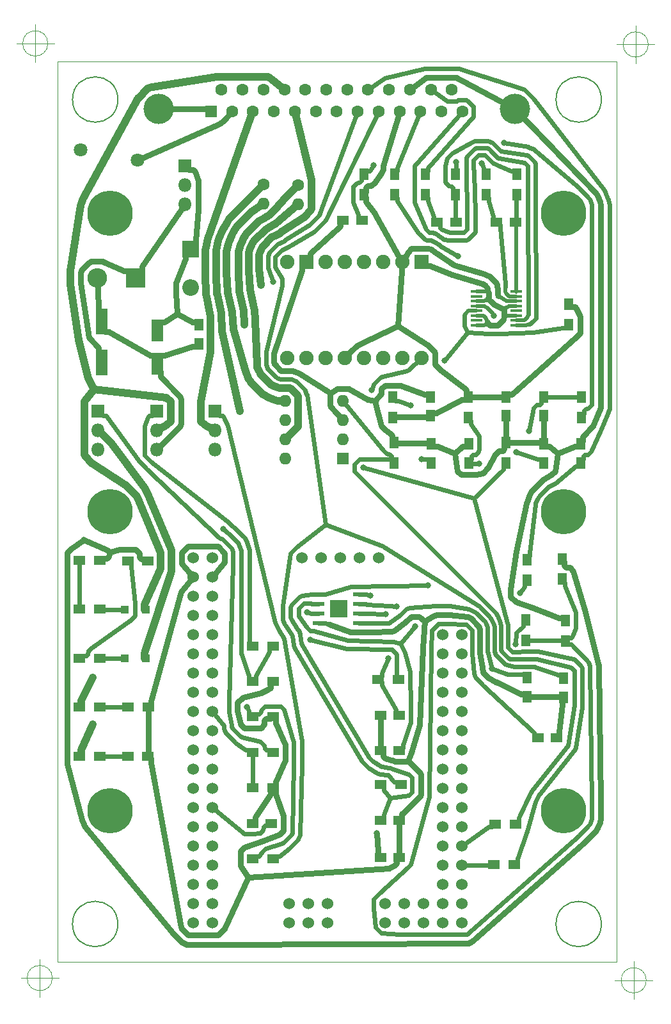
<source format=gbr>
G04 #@! TF.GenerationSoftware,KiCad,Pcbnew,(5.1.4)-1*
G04 #@! TF.CreationDate,2019-11-27T23:22:20+05:00*
G04 #@! TF.ProjectId,speeduino_ntv650,73706565-6475-4696-9e6f-5f6e74763635,rev?*
G04 #@! TF.SameCoordinates,Original*
G04 #@! TF.FileFunction,Copper,L1,Top*
G04 #@! TF.FilePolarity,Positive*
%FSLAX46Y46*%
G04 Gerber Fmt 4.6, Leading zero omitted, Abs format (unit mm)*
G04 Created by KiCad (PCBNEW (5.1.4)-1) date 2019-11-27 23:22:20*
%MOMM*%
%LPD*%
G04 APERTURE LIST*
%ADD10C,0.100000*%
%ADD11C,0.150000*%
%ADD12R,1.100000X1.100000*%
%ADD13C,1.800000*%
%ADD14C,6.000000*%
%ADD15C,4.000000*%
%ADD16C,1.600000*%
%ADD17R,1.600000X1.600000*%
%ADD18O,1.600000X1.600000*%
%ADD19R,1.500000X1.300000*%
%ADD20R,1.300000X1.500000*%
%ADD21R,1.250000X1.500000*%
%ADD22R,1.500000X1.250000*%
%ADD23R,1.600000X0.410000*%
%ADD24R,2.600000X2.600000*%
%ADD25O,2.600000X2.600000*%
%ADD26R,2.200000X2.200000*%
%ADD27O,2.200000X2.200000*%
%ADD28R,1.600000X3.500000*%
%ADD29R,1.600000X3.000000*%
%ADD30C,1.524000*%
%ADD31O,1.800000X1.800000*%
%ADD32R,1.800000X1.800000*%
%ADD33R,1.175000X1.175000*%
%ADD34R,1.550000X0.600000*%
%ADD35R,1.900000X1.900000*%
%ADD36C,1.900000*%
%ADD37C,0.800000*%
%ADD38C,0.500000*%
%ADD39C,0.600000*%
%ADD40C,0.800000*%
%ADD41C,1.000000*%
G04 APERTURE END LIST*
D10*
X110806666Y-38620000D02*
G75*
G03X110806666Y-38620000I-1666666J0D01*
G01*
X106640000Y-38620000D02*
X111640000Y-38620000D01*
X109140000Y-36120000D02*
X109140000Y-41120000D01*
X190016666Y-162490000D02*
G75*
G03X190016666Y-162490000I-1666666J0D01*
G01*
X185850000Y-162490000D02*
X190850000Y-162490000D01*
X188350000Y-159990000D02*
X188350000Y-164990000D01*
D11*
X184070000Y-155040000D02*
G75*
G03X184070000Y-155040000I-3000000J0D01*
G01*
D10*
X190286666Y-38760000D02*
G75*
G03X190286666Y-38760000I-1666666J0D01*
G01*
X186120000Y-38760000D02*
X191120000Y-38760000D01*
X188620000Y-36260000D02*
X188620000Y-41260000D01*
X111396666Y-162190000D02*
G75*
G03X111396666Y-162190000I-1666666J0D01*
G01*
X107230000Y-162190000D02*
X112230000Y-162190000D01*
X109730000Y-159690000D02*
X109730000Y-164690000D01*
D11*
X120070000Y-155040000D02*
G75*
G03X120070000Y-155040000I-3000000J0D01*
G01*
X184070000Y-46040000D02*
G75*
G03X184070000Y-46040000I-3000000J0D01*
G01*
X120070000Y-46040000D02*
G75*
G03X120070000Y-46040000I-3000000J0D01*
G01*
D10*
X112070000Y-160040000D02*
X112070000Y-41040000D01*
X186070000Y-160040000D02*
X112070000Y-160040000D01*
X186070000Y-41040000D02*
X186070000Y-160040000D01*
X112070000Y-41040000D02*
X186070000Y-41040000D01*
D12*
X120970000Y-113474000D03*
X123770000Y-113474000D03*
X120970000Y-119952000D03*
X123770000Y-119952000D03*
D13*
X122660000Y-54070000D03*
X115160000Y-52670000D03*
D14*
X179070000Y-100540000D03*
X119070000Y-100540000D03*
X179070000Y-140040000D03*
X179070000Y-61040000D03*
X119070000Y-61040000D03*
X119070000Y-140040000D03*
D15*
X125490000Y-47310000D03*
X172590000Y-47310000D03*
D16*
X164275000Y-44770000D03*
X161505000Y-44770000D03*
X158735000Y-44770000D03*
X155965000Y-44770000D03*
X153195000Y-44770000D03*
X150425000Y-44770000D03*
X147655000Y-44770000D03*
X144885000Y-44770000D03*
X142115000Y-44770000D03*
X139345000Y-44770000D03*
X136575000Y-44770000D03*
X133805000Y-44770000D03*
X165660000Y-47610000D03*
X162890000Y-47610000D03*
X160120000Y-47610000D03*
X157350000Y-47610000D03*
X154580000Y-47610000D03*
X151810000Y-47610000D03*
X149040000Y-47610000D03*
X146270000Y-47610000D03*
X143500000Y-47610000D03*
X140730000Y-47610000D03*
X137960000Y-47610000D03*
X135190000Y-47610000D03*
D17*
X132420000Y-47610000D03*
X149840000Y-93510000D03*
D18*
X142220000Y-85890000D03*
X149840000Y-90970000D03*
X142220000Y-88430000D03*
X149840000Y-88430000D03*
X142220000Y-90970000D03*
X149840000Y-85890000D03*
X142220000Y-93510000D03*
D19*
X140600000Y-146390000D03*
X137900000Y-146390000D03*
X137900000Y-127663000D03*
X140600000Y-127663000D03*
D16*
X139380000Y-57230000D03*
D18*
X139380000Y-59770000D03*
D16*
X143950000Y-57340000D03*
D18*
X143950000Y-59880000D03*
D19*
X117700000Y-126396000D03*
X115000000Y-126396000D03*
X117700000Y-132870000D03*
X115000000Y-132870000D03*
D20*
X156610000Y-91360000D03*
X156610000Y-94060000D03*
X171484000Y-94060000D03*
X171484000Y-91360000D03*
D19*
X172720000Y-141810000D03*
X170020000Y-141810000D03*
X172520000Y-147190000D03*
X169820000Y-147190000D03*
X137900000Y-118270000D03*
X140600000Y-118270000D03*
X137900000Y-122967000D03*
X140600000Y-122967000D03*
X115000000Y-106930000D03*
X117700000Y-106930000D03*
X140600000Y-132360000D03*
X137900000Y-132360000D03*
X137900000Y-137057000D03*
X140600000Y-137057000D03*
X121370000Y-107010000D03*
X124070000Y-107010000D03*
X154550000Y-122680000D03*
X157250000Y-122680000D03*
D20*
X156450000Y-88110000D03*
X156450000Y-85410000D03*
X174040000Y-114850000D03*
X174040000Y-117550000D03*
X179280000Y-114920000D03*
X179280000Y-117620000D03*
X178920000Y-109460000D03*
X178920000Y-106760000D03*
X181420000Y-88050000D03*
X181420000Y-85350000D03*
X152640000Y-58600000D03*
X152640000Y-55900000D03*
X174260000Y-109560000D03*
X174260000Y-106860000D03*
D19*
X154825000Y-136620000D03*
X157525000Y-136620000D03*
D20*
X156692000Y-58600000D03*
X156692000Y-55900000D03*
D19*
X124120000Y-126380000D03*
X121420000Y-126380000D03*
X124070000Y-132890000D03*
X121370000Y-132890000D03*
X117700000Y-113424000D03*
X115000000Y-113424000D03*
X117700000Y-119902000D03*
X115000000Y-119902000D03*
D21*
X130770000Y-75810000D03*
X130770000Y-78310000D03*
X161450000Y-87850000D03*
X161450000Y-85350000D03*
D22*
X157325000Y-127430000D03*
X154825000Y-127430000D03*
D21*
X161578000Y-94060000D03*
X161578000Y-91560000D03*
X174230000Y-122480000D03*
X174230000Y-124980000D03*
D22*
X175640000Y-130460000D03*
X178140000Y-130460000D03*
D21*
X176420000Y-85350000D03*
X176420000Y-87850000D03*
D22*
X152380000Y-62000000D03*
X149880000Y-62000000D03*
X157325000Y-132080000D03*
X154825000Y-132080000D03*
D21*
X181390000Y-91560000D03*
X181390000Y-94060000D03*
D22*
X154825000Y-141310000D03*
X157325000Y-141310000D03*
D21*
X179100000Y-122570000D03*
X179100000Y-125070000D03*
X171450000Y-85350000D03*
X171450000Y-87850000D03*
D22*
X154825000Y-146230000D03*
X157325000Y-146230000D03*
D21*
X176452000Y-91560000D03*
X176452000Y-94060000D03*
D20*
X164796000Y-55900000D03*
X164796000Y-58600000D03*
X160744000Y-55900000D03*
X160744000Y-58600000D03*
X168848000Y-55900000D03*
X168848000Y-58600000D03*
X172900000Y-55900000D03*
X172900000Y-58600000D03*
X179740000Y-73120000D03*
X179740000Y-75820000D03*
X166450000Y-85350000D03*
X166450000Y-88050000D03*
D23*
X167525700Y-71437500D03*
X167525700Y-72072500D03*
X167525700Y-72707500D03*
X167525700Y-73342500D03*
X167525700Y-73977500D03*
X167525700Y-74612500D03*
X167525700Y-75247500D03*
X167525700Y-75882500D03*
X172834300Y-75882500D03*
X172834300Y-75247500D03*
X172834300Y-74612500D03*
X172834300Y-73977500D03*
X172834300Y-73342500D03*
X172834300Y-72707500D03*
X172834300Y-72072500D03*
X172834300Y-71437500D03*
D22*
X162300000Y-62240000D03*
X164800000Y-62240000D03*
X172700000Y-62240000D03*
X170200000Y-62240000D03*
X137900000Y-141723000D03*
X140400000Y-141723000D03*
D21*
X166516000Y-91560000D03*
X166516000Y-94060000D03*
D24*
X122390000Y-69590000D03*
D25*
X117310000Y-69590000D03*
D26*
X129690000Y-65860000D03*
D27*
X129690000Y-70940000D03*
D28*
X117930000Y-80770000D03*
X117930000Y-75370000D03*
D29*
X125310000Y-76590000D03*
X125310000Y-80990000D03*
D30*
X132605000Y-106645000D03*
X130065000Y-106645000D03*
X132605000Y-109185000D03*
X132605000Y-111725000D03*
X132605000Y-114265000D03*
X132605000Y-116805000D03*
X130065000Y-109185000D03*
X130065000Y-111725000D03*
X130065000Y-114265000D03*
X130065000Y-116805000D03*
X132605000Y-119345000D03*
X132605000Y-121885000D03*
X132605000Y-124425000D03*
X132605000Y-126965000D03*
X132605000Y-129505000D03*
X132605000Y-132045000D03*
X132605000Y-134585000D03*
X132605000Y-137125000D03*
X132605000Y-139665000D03*
X132605000Y-142205000D03*
X132605000Y-144745000D03*
X132605000Y-147285000D03*
X132605000Y-149825000D03*
X132605000Y-152365000D03*
X132605000Y-154905000D03*
X130065000Y-119345000D03*
X130065000Y-121885000D03*
X130065000Y-124425000D03*
X130065000Y-126965000D03*
X130065000Y-129505000D03*
X130065000Y-132045000D03*
X130065000Y-134585000D03*
X130065000Y-137125000D03*
X130065000Y-139665000D03*
X130065000Y-142205000D03*
X130065000Y-144745000D03*
X130065000Y-147285000D03*
X130065000Y-149825000D03*
X130065000Y-152365000D03*
X130065000Y-154905000D03*
X142765000Y-154905000D03*
X145305000Y-154905000D03*
X147845000Y-154905000D03*
X147845000Y-152365000D03*
X145305000Y-152365000D03*
X142765000Y-152365000D03*
X155465000Y-152365000D03*
X158005000Y-152365000D03*
X160545000Y-152365000D03*
X163085000Y-152365000D03*
X165625000Y-152365000D03*
X155465000Y-154905000D03*
X158005000Y-154905000D03*
X160545000Y-154905000D03*
X163085000Y-154905000D03*
X165625000Y-154905000D03*
X163085000Y-149815000D03*
X163085000Y-147275000D03*
X163085000Y-144735000D03*
X163085000Y-142195000D03*
X163085000Y-139655000D03*
X163085000Y-137115000D03*
X163085000Y-134575000D03*
X163085000Y-132035000D03*
X163085000Y-129495000D03*
X163085000Y-126955000D03*
X163085000Y-124415000D03*
X163085000Y-121875000D03*
X163085000Y-119335000D03*
X163085000Y-116795000D03*
X165625000Y-116795000D03*
X165625000Y-119335000D03*
X165625000Y-121875000D03*
X165625000Y-124415000D03*
X165625000Y-126955000D03*
X165625000Y-129495000D03*
X165625000Y-132035000D03*
X165625000Y-134575000D03*
X165625000Y-137115000D03*
X165625000Y-139655000D03*
X165625000Y-142195000D03*
X165625000Y-144735000D03*
X165625000Y-147275000D03*
X165625000Y-149815000D03*
X144445000Y-106645000D03*
X146985000Y-106645000D03*
X149525000Y-106645000D03*
X152065000Y-106645000D03*
X154605000Y-106645000D03*
D31*
X128960000Y-59920000D03*
X128960000Y-57380000D03*
D32*
X128960000Y-54840000D03*
D31*
X132950000Y-92350000D03*
X132950000Y-89810000D03*
D32*
X132950000Y-87270000D03*
D31*
X125230000Y-92350000D03*
X125230000Y-89810000D03*
D32*
X125230000Y-87270000D03*
D31*
X117470000Y-92350000D03*
X117470000Y-89810000D03*
D32*
X117470000Y-87270000D03*
D33*
X148714500Y-112770500D03*
X148714500Y-113945500D03*
X149889500Y-112770500D03*
X149889500Y-113945500D03*
D34*
X152002000Y-111453000D03*
X152002000Y-112723000D03*
X152002000Y-113993000D03*
X152002000Y-115263000D03*
X146602000Y-115263000D03*
X146602000Y-113993000D03*
X146602000Y-112723000D03*
X146602000Y-111453000D03*
D35*
X160250000Y-67510000D03*
D36*
X157710000Y-67510000D03*
X155170000Y-67510000D03*
X152630000Y-67510000D03*
X150090000Y-67510000D03*
X147550000Y-67510000D03*
D35*
X145010000Y-67510000D03*
D36*
X142470000Y-67510000D03*
X160250000Y-80210000D03*
X157710000Y-80210000D03*
X155170000Y-80210000D03*
X152630000Y-80210000D03*
X150090000Y-80210000D03*
X147550000Y-80210000D03*
X145010000Y-80210000D03*
X142470000Y-80210000D03*
D37*
X154371000Y-143023100D03*
X153477100Y-111632000D03*
X153699800Y-84468300D03*
X115594600Y-104249600D03*
X161110900Y-110277600D03*
X172689600Y-118090500D03*
X169606400Y-121240400D03*
X173282800Y-111252100D03*
X159393200Y-115646100D03*
X174534900Y-89852800D03*
X156975800Y-113029200D03*
X155859700Y-119893800D03*
X155516000Y-114104100D03*
X165068300Y-66715400D03*
X172837100Y-92626700D03*
X169826600Y-74602100D03*
X167857900Y-94159800D03*
X145126900Y-113824700D03*
X134005500Y-102850300D03*
X163300200Y-80547700D03*
X137167100Y-126312900D03*
X153904200Y-54767500D03*
X171224000Y-51797600D03*
X140636000Y-70150900D03*
X145498600Y-117463200D03*
X160252900Y-93587800D03*
X158864700Y-86451000D03*
X139006900Y-70548800D03*
X152549600Y-94707000D03*
X136250200Y-87251900D03*
X116709900Y-128639200D03*
X116759000Y-122439500D03*
X136787900Y-75804700D03*
X164828900Y-54299300D03*
X168202300Y-54449500D03*
D38*
X170723800Y-72194100D02*
X170549600Y-71917000D01*
X170723800Y-72194100D02*
X170400200Y-72145200D01*
D39*
X153477100Y-111632000D02*
X152901300Y-111453000D01*
X152901300Y-111453000D02*
X152777000Y-111453000D01*
X152777000Y-111453000D02*
X152002000Y-111453000D01*
D40*
X157153100Y-75974300D02*
X161077700Y-78490300D01*
X161077700Y-78490300D02*
X161969700Y-79382300D01*
X161969700Y-79382300D02*
X162050100Y-79576400D01*
X162050100Y-79576400D02*
X162050100Y-81065500D01*
X162050100Y-81065500D02*
X162782400Y-81797800D01*
X162782400Y-81797800D02*
X165965700Y-84200000D01*
X165965700Y-84200000D02*
X166200000Y-84434300D01*
X166200000Y-84434300D02*
X166200000Y-84600000D01*
X166200000Y-84600000D02*
X166200000Y-85000000D01*
X166200000Y-85000000D02*
X166450000Y-85350000D01*
X150090000Y-80210000D02*
X150910300Y-79382300D01*
X150910300Y-79382300D02*
X151802300Y-78490300D01*
X151802300Y-78490300D02*
X157153100Y-75974300D01*
X170422600Y-71996900D02*
X170417600Y-71991400D01*
X170417600Y-71991400D02*
X170355700Y-71842000D01*
X170355700Y-71842000D02*
X170310800Y-71276000D01*
X170310800Y-71276000D02*
X170263600Y-70571400D01*
X170263600Y-70571400D02*
X170162200Y-70326700D01*
X170162200Y-70326700D02*
X169231500Y-69396000D01*
X169231500Y-69396000D02*
X168923400Y-69258400D01*
X168923400Y-69258400D02*
X168619000Y-69132300D01*
X168619000Y-69132300D02*
X164550500Y-67965500D01*
X164550500Y-67965500D02*
X162204400Y-66363600D01*
X162204400Y-66363600D02*
X162009600Y-66228800D01*
X162009600Y-66228800D02*
X161502100Y-65830600D01*
X161502100Y-65830600D02*
X161141200Y-65736200D01*
X161141200Y-65736200D02*
X161026700Y-65736300D01*
X161026700Y-65736300D02*
X160726700Y-65736300D01*
X160726700Y-65736300D02*
X160052100Y-65709900D01*
X160052100Y-65709900D02*
X159652100Y-65709900D01*
X159652100Y-65709900D02*
X158947900Y-65709900D01*
X158947900Y-65709900D02*
X158449900Y-66207900D01*
X158449900Y-66207900D02*
X157710000Y-67510000D01*
X154825000Y-146230000D02*
X154475000Y-146005000D01*
X154475000Y-146005000D02*
X154475000Y-145605000D01*
X154475000Y-145605000D02*
X154475000Y-145439300D01*
X154475000Y-145439300D02*
X154371000Y-143023100D01*
X171450000Y-85350000D02*
X171675000Y-85000000D01*
X171675000Y-85000000D02*
X172075000Y-85000000D01*
X172075000Y-85000000D02*
X172240700Y-85000000D01*
X172240700Y-85000000D02*
X180742100Y-77420100D01*
X180742100Y-77420100D02*
X181240100Y-76922100D01*
X181240100Y-76922100D02*
X181240100Y-76217900D01*
X181240100Y-76217900D02*
X181240100Y-74717900D01*
X181240100Y-74717900D02*
X180790000Y-73704300D01*
X180790000Y-73704300D02*
X180555700Y-73470000D01*
X180555700Y-73470000D02*
X180390000Y-73470000D01*
X180390000Y-73470000D02*
X179990000Y-73470000D01*
X179990000Y-73470000D02*
X179740000Y-73120000D01*
X152640000Y-58600000D02*
X152890000Y-58950000D01*
X152890000Y-58950000D02*
X152890000Y-59350000D01*
X152890000Y-59350000D02*
X152890000Y-59515700D01*
X152890000Y-59515700D02*
X153980100Y-61022900D01*
X153980100Y-61022900D02*
X157585200Y-67384500D01*
X157585200Y-67384500D02*
X157710000Y-67510000D01*
X117930000Y-80770000D02*
X117530000Y-79420000D01*
X117530000Y-79420000D02*
X117530000Y-79020000D01*
X117530000Y-79020000D02*
X117530000Y-78854300D01*
X117530000Y-78854300D02*
X116279900Y-77472100D01*
X116279900Y-77472100D02*
X115159900Y-70293300D01*
X115159900Y-70293300D02*
X115159900Y-68886700D01*
X115159900Y-68886700D02*
X115293600Y-68564000D01*
X115293600Y-68564000D02*
X116284000Y-67573600D01*
X116284000Y-67573600D02*
X116606700Y-67439900D01*
X116606700Y-67439900D02*
X118013300Y-67439900D01*
X118013300Y-67439900D02*
X118336000Y-67573600D01*
X118336000Y-67573600D02*
X120924300Y-68690000D01*
X120924300Y-68690000D02*
X121090000Y-68690000D01*
X121090000Y-68690000D02*
X121490000Y-68690000D01*
X121490000Y-68690000D02*
X122390000Y-69590000D01*
X157153100Y-75974300D02*
X157710000Y-67510000D01*
X122390000Y-69590000D02*
X123290000Y-68690000D01*
X123290000Y-68690000D02*
X123290000Y-68290000D01*
X123290000Y-68290000D02*
X123290000Y-68124300D01*
X123290000Y-68124300D02*
X128960000Y-59920000D01*
X166450000Y-85350000D02*
X166200000Y-85700000D01*
X166200000Y-85700000D02*
X165800000Y-85700000D01*
X165800000Y-85700000D02*
X165634300Y-85700000D01*
X165634300Y-85700000D02*
X162240700Y-87500000D01*
X162240700Y-87500000D02*
X162075000Y-87500000D01*
X162075000Y-87500000D02*
X161675000Y-87500000D01*
X161675000Y-87500000D02*
X161450000Y-87850000D01*
X156450000Y-88110000D02*
X156700000Y-87980000D01*
X156700000Y-87980000D02*
X157100000Y-87980000D01*
X157100000Y-87980000D02*
X160825000Y-87980000D01*
X160825000Y-87980000D02*
X161225000Y-87980000D01*
X161225000Y-87980000D02*
X161450000Y-87850000D01*
X152640000Y-58600000D02*
X152890000Y-58250000D01*
X152890000Y-58250000D02*
X152890000Y-57850000D01*
X152890000Y-57850000D02*
X152890000Y-57684300D01*
X152890000Y-57684300D02*
X153124300Y-57450000D01*
X153124300Y-57450000D02*
X153621200Y-57449700D01*
X153621200Y-57449700D02*
X154089700Y-56981200D01*
X154089700Y-56981200D02*
X154851500Y-55872000D01*
X154851500Y-55872000D02*
X155154300Y-55285300D01*
X155154300Y-55285300D02*
X155191900Y-54797900D01*
X155191900Y-54797900D02*
X157350000Y-47610000D01*
X166450000Y-85350000D02*
X166700000Y-85350000D01*
X166700000Y-85350000D02*
X167100000Y-85350000D01*
X167100000Y-85350000D02*
X170825000Y-85350000D01*
X170825000Y-85350000D02*
X171225000Y-85350000D01*
X171225000Y-85350000D02*
X171450000Y-85350000D01*
D38*
X172834300Y-72707500D02*
X172034300Y-72707500D01*
X172034300Y-72707500D02*
X171508200Y-72707500D01*
X171508200Y-72707500D02*
X170422600Y-71996900D01*
D39*
X160250000Y-80210000D02*
X158481100Y-81844900D01*
X158481100Y-81844900D02*
X158323800Y-81910100D01*
X158323800Y-81910100D02*
X155126500Y-82659800D01*
X155126500Y-82659800D02*
X154858900Y-82770700D01*
X154858900Y-82770700D02*
X153910700Y-83718900D01*
X153910700Y-83718900D02*
X153799800Y-83986500D01*
X153799800Y-83986500D02*
X153699800Y-84468300D01*
D40*
X119008800Y-105848500D02*
X118850000Y-106445700D01*
X118850000Y-106445700D02*
X118615700Y-106680000D01*
X118615700Y-106680000D02*
X118450000Y-106680000D01*
X118450000Y-106680000D02*
X118050000Y-106680000D01*
X118050000Y-106680000D02*
X117700000Y-106930000D01*
X124070000Y-107010000D02*
X123720000Y-106760000D01*
X123720000Y-106760000D02*
X123320000Y-106760000D01*
X123320000Y-106760000D02*
X123154300Y-106760000D01*
X123154300Y-106760000D02*
X122920000Y-106525700D01*
X122920000Y-106525700D02*
X122919700Y-106028800D01*
X122919700Y-106028800D02*
X122451200Y-105560300D01*
X122451200Y-105560300D02*
X122172100Y-105509900D01*
X122172100Y-105509900D02*
X120972100Y-105509900D01*
X120972100Y-105509900D02*
X120267900Y-105509900D01*
X120267900Y-105509900D02*
X119008800Y-105848500D01*
X115594600Y-104249600D02*
X118739700Y-105580500D01*
X118739700Y-105580500D02*
X119008800Y-105848500D01*
X178920000Y-106760000D02*
X179170000Y-107110000D01*
X179170000Y-107110000D02*
X179170000Y-107510000D01*
X179170000Y-107510000D02*
X179170000Y-107675700D01*
X179170000Y-107675700D02*
X179404300Y-107910000D01*
X179404300Y-107910000D02*
X179901200Y-107910300D01*
X179901200Y-107910300D02*
X180369700Y-108378800D01*
X180369700Y-108378800D02*
X181830200Y-113516400D01*
X181830200Y-113516400D02*
X183655300Y-120578000D01*
X183655300Y-120578000D02*
X183725400Y-120857200D01*
X183725400Y-120857200D02*
X183970200Y-138966000D01*
X183970200Y-138966000D02*
X183970200Y-141114000D01*
X183970200Y-141114000D02*
X183856900Y-141565200D01*
X183856900Y-141565200D02*
X183531200Y-142351200D01*
X183531200Y-142351200D02*
X183292000Y-142750200D01*
X183292000Y-142750200D02*
X181780200Y-144262000D01*
X181780200Y-144262000D02*
X166947800Y-157349300D01*
X166947800Y-157349300D02*
X166927200Y-157361700D01*
X166927200Y-157361700D02*
X166445800Y-157561300D01*
X166445800Y-157561300D02*
X166422400Y-157567200D01*
X166422400Y-157567200D02*
X133427200Y-157767200D01*
X133427200Y-157767200D02*
X131782800Y-157767200D01*
X131782800Y-157767200D02*
X129242800Y-157767200D01*
X129242800Y-157767200D02*
X129181300Y-157751700D01*
X129181300Y-157751700D02*
X128672700Y-157540800D01*
X128672700Y-157540800D02*
X128618200Y-157508200D01*
X128618200Y-157508200D02*
X127461800Y-156351800D01*
X127461800Y-156351800D02*
X115682100Y-142099200D01*
X115682100Y-142099200D02*
X115549400Y-141877700D01*
X115549400Y-141877700D02*
X115282800Y-141234700D01*
X115282800Y-141234700D02*
X113399900Y-133872100D01*
X113399900Y-133872100D02*
X113399900Y-133167900D01*
X113399900Y-133167900D02*
X113399900Y-105927900D01*
X113399900Y-105927900D02*
X113897900Y-105429900D01*
X113897900Y-105429900D02*
X115594600Y-104249600D01*
X135190000Y-47610000D02*
X134070100Y-48762100D01*
X134070100Y-48762100D02*
X133572100Y-49260100D01*
X133572100Y-49260100D02*
X122660000Y-54070000D01*
D38*
X168736100Y-75770800D02*
X169063300Y-75764700D01*
X168736100Y-75770800D02*
X168945100Y-75518900D01*
X171620900Y-74612500D02*
X171323400Y-74476100D01*
X171620900Y-74612500D02*
X171323400Y-74748900D01*
X171494100Y-73557700D02*
X171168700Y-73592600D01*
X171494100Y-73557700D02*
X171308100Y-73827000D01*
X168786300Y-72566400D02*
X169113300Y-72555400D01*
X168786300Y-72566400D02*
X168991500Y-72311400D01*
X169025800Y-75387500D02*
X168933400Y-75535100D01*
X169025800Y-75387500D02*
X169158000Y-75500700D01*
X168667000Y-71402400D02*
X168980300Y-71497100D01*
X168667000Y-71402400D02*
X168943300Y-71226900D01*
D40*
X125310000Y-80990000D02*
X125710000Y-82090000D01*
X125710000Y-82090000D02*
X125710000Y-82490000D01*
X125710000Y-82490000D02*
X125710000Y-82655700D01*
X125710000Y-82655700D02*
X128273700Y-85259000D01*
X128273700Y-85259000D02*
X128430200Y-85636900D01*
X128430200Y-85636900D02*
X128430200Y-87436900D01*
X128430200Y-87436900D02*
X128430200Y-88903100D01*
X128430200Y-88903100D02*
X128273700Y-89281000D01*
X128273700Y-89281000D02*
X125230000Y-92350000D01*
D38*
X167525700Y-75882500D02*
X168325700Y-75882500D01*
X168325700Y-75882500D02*
X168503800Y-75882500D01*
X168503800Y-75882500D02*
X169060500Y-75614700D01*
D40*
X154085600Y-85859300D02*
X154949900Y-84986100D01*
X154949900Y-84986100D02*
X154949900Y-84307900D01*
X154949900Y-84307900D02*
X155447900Y-83809900D01*
X155447900Y-83809900D02*
X156152100Y-83809900D01*
X156152100Y-83809900D02*
X157452100Y-83809900D01*
X157452100Y-83809900D02*
X160659300Y-85000000D01*
X160659300Y-85000000D02*
X160825000Y-85000000D01*
X160825000Y-85000000D02*
X161225000Y-85000000D01*
X161225000Y-85000000D02*
X161450000Y-85350000D01*
X174230000Y-124980000D02*
X174005000Y-124630000D01*
X174005000Y-124630000D02*
X173605000Y-124630000D01*
X173605000Y-124630000D02*
X173439300Y-124630000D01*
X173439300Y-124630000D02*
X170142400Y-123049700D01*
X170142400Y-123049700D02*
X170117400Y-123037000D01*
X170117400Y-123037000D02*
X169088600Y-122490500D01*
X169088600Y-122490500D02*
X168356300Y-121758200D01*
X168356300Y-121758200D02*
X168287200Y-121077600D01*
X168287200Y-121077600D02*
X167987700Y-119140000D01*
X167987700Y-119140000D02*
X167987700Y-116049400D01*
X167987700Y-116049400D02*
X167821700Y-115648600D01*
X167821700Y-115648600D02*
X166771400Y-114598300D01*
X166771400Y-114598300D02*
X166370600Y-114432300D01*
X166370600Y-114432300D02*
X163882400Y-114132800D01*
X163882400Y-114132800D02*
X162287600Y-114132800D01*
X162287600Y-114132800D02*
X162264200Y-114138700D01*
X162264200Y-114138700D02*
X161782800Y-114338300D01*
X161782800Y-114338300D02*
X161762200Y-114350700D01*
X161762200Y-114350700D02*
X160703200Y-114999300D01*
X140600000Y-127663000D02*
X140250000Y-127913000D01*
X140250000Y-127913000D02*
X139850000Y-127913000D01*
X139850000Y-127913000D02*
X139684300Y-127913000D01*
X139684300Y-127913000D02*
X139450000Y-128147300D01*
X139450000Y-128147300D02*
X139449700Y-128644200D01*
X139449700Y-128644200D02*
X138981200Y-129112700D01*
X138981200Y-129112700D02*
X138702100Y-129163100D01*
X138702100Y-129163100D02*
X137997900Y-129163100D01*
X137997900Y-129163100D02*
X137097900Y-129163100D01*
X137097900Y-129163100D02*
X136799700Y-129158800D01*
X136799700Y-129158800D02*
X136304200Y-128663300D01*
X136304200Y-128663300D02*
X136304300Y-128579400D01*
X136304300Y-128579400D02*
X135917000Y-126830700D01*
X135917000Y-126830700D02*
X135917000Y-125795100D01*
X135917000Y-125795100D02*
X136649300Y-125062800D01*
X136649300Y-125062800D02*
X139002100Y-124467100D01*
X139002100Y-124467100D02*
X140015700Y-124017000D01*
X140015700Y-124017000D02*
X140250000Y-123782700D01*
X140250000Y-123782700D02*
X140250000Y-123617000D01*
X140250000Y-123617000D02*
X140250000Y-123217000D01*
X140250000Y-123217000D02*
X140600000Y-122967000D01*
D38*
X172834300Y-74612500D02*
X172034300Y-74612500D01*
X172034300Y-74612500D02*
X171260900Y-74612500D01*
X172834300Y-73342500D02*
X172034300Y-73342500D01*
X172034300Y-73342500D02*
X171856200Y-73342500D01*
X171856200Y-73342500D02*
X171184700Y-73741700D01*
D40*
X157325000Y-141310000D02*
X157675000Y-141085000D01*
X157675000Y-141085000D02*
X157675000Y-140685000D01*
X157675000Y-140685000D02*
X157675000Y-140519300D01*
X157675000Y-140519300D02*
X157909300Y-140285000D01*
X157909300Y-140285000D02*
X159159400Y-139074600D01*
X159159400Y-139074600D02*
X160079600Y-138154400D01*
X160079600Y-138154400D02*
X160175200Y-137923600D01*
X160175200Y-137923600D02*
X160175200Y-136616400D01*
X160175200Y-136616400D02*
X160175200Y-135316400D01*
X160175200Y-135316400D02*
X160079600Y-135085600D01*
X160079600Y-135085600D02*
X158530600Y-133470700D01*
X158530600Y-133470700D02*
X158427100Y-133555100D01*
X158427100Y-133555100D02*
X157722900Y-133555100D01*
X157722900Y-133555100D02*
X156812800Y-133512400D01*
X156812800Y-133512400D02*
X156357600Y-133421200D01*
X156357600Y-133421200D02*
X156278300Y-133421300D01*
X156278300Y-133421300D02*
X155409300Y-133105000D01*
X155409300Y-133105000D02*
X155175000Y-132870700D01*
X155175000Y-132870700D02*
X155175000Y-132705000D01*
X155175000Y-132705000D02*
X155175000Y-132305000D01*
X155175000Y-132305000D02*
X154825000Y-132080000D01*
X148210300Y-84903000D02*
X148189900Y-85286200D01*
X148189900Y-85286200D02*
X148189900Y-86493800D01*
X148189900Y-86493800D02*
X148247500Y-86632800D01*
X148247500Y-86632800D02*
X149840000Y-88430000D01*
X140600000Y-137057000D02*
X140950000Y-137307000D01*
X140950000Y-137307000D02*
X140950000Y-137707000D01*
X140950000Y-137707000D02*
X140950000Y-137872700D01*
X140950000Y-137872700D02*
X142000100Y-140745900D01*
X142000100Y-140745900D02*
X142000100Y-141995900D01*
X142000100Y-141995900D02*
X142000100Y-142700100D01*
X142000100Y-142700100D02*
X141502100Y-143198100D01*
X141502100Y-143198100D02*
X139262900Y-144044000D01*
X139262900Y-144044000D02*
X139237100Y-144044000D01*
X139237100Y-144044000D02*
X136797900Y-144889900D01*
X136797900Y-144889900D02*
X136299900Y-145387900D01*
X136299900Y-145387900D02*
X136299900Y-146687900D01*
X136299900Y-146687900D02*
X136299900Y-147392100D01*
X136299900Y-147392100D02*
X137367100Y-148896300D01*
X179280000Y-114920000D02*
X179030000Y-114570000D01*
X179030000Y-114570000D02*
X178630000Y-114570000D01*
X178630000Y-114570000D02*
X178464300Y-114570000D01*
X178464300Y-114570000D02*
X175042100Y-113249900D01*
X175042100Y-113249900D02*
X172766600Y-112498200D01*
X172766600Y-112498200D02*
X172036700Y-111768300D01*
X172036700Y-111768300D02*
X172036700Y-110735900D01*
X172036700Y-110735900D02*
X172759900Y-105757900D01*
X172759900Y-105757900D02*
X174169800Y-99466000D01*
X174169800Y-99466000D02*
X174283100Y-99014800D01*
X174283100Y-99014800D02*
X174608800Y-98228800D01*
X174608800Y-98228800D02*
X174848000Y-97829800D01*
X174848000Y-97829800D02*
X176359800Y-96318000D01*
X176359800Y-96318000D02*
X177429100Y-95660100D01*
X177429100Y-95660100D02*
X177927100Y-95162100D01*
X177927100Y-95162100D02*
X178286600Y-92796700D01*
X169108300Y-72405500D02*
X169535700Y-72750700D01*
X169535700Y-72750700D02*
X169942800Y-73155200D01*
X169942800Y-73155200D02*
X171184700Y-73741700D01*
X157325000Y-146230000D02*
X156975000Y-146455000D01*
X156975000Y-146455000D02*
X156975000Y-146855000D01*
X156975000Y-146855000D02*
X156975000Y-147020700D01*
X156975000Y-147020700D02*
X156740700Y-147255000D01*
X156740700Y-147255000D02*
X155927100Y-147705100D01*
X155927100Y-147705100D02*
X137367100Y-148896300D01*
X171484000Y-91360000D02*
X171234000Y-91710000D01*
X171234000Y-91710000D02*
X171234000Y-92110000D01*
X171234000Y-92110000D02*
X171234000Y-92275700D01*
X171234000Y-92275700D02*
X170999700Y-92510000D01*
X170999700Y-92510000D02*
X170502800Y-92510300D01*
X170502800Y-92510300D02*
X170034300Y-92978800D01*
X170034300Y-92978800D02*
X169108000Y-94677600D01*
X169108000Y-94677600D02*
X168375700Y-95409900D01*
X168375700Y-95409900D02*
X167493100Y-95660100D01*
X167493100Y-95660100D02*
X166788900Y-95660100D01*
X166788900Y-95660100D02*
X165538900Y-95660100D01*
X165538900Y-95660100D02*
X165040900Y-95162100D01*
X165040900Y-95162100D02*
X164682600Y-92795200D01*
X169108300Y-72405500D02*
X169174100Y-72245500D01*
X169174100Y-72245500D02*
X169174100Y-71542700D01*
X169174100Y-71542700D02*
X169023700Y-71353500D01*
X171260900Y-74612500D02*
X171184200Y-74690400D01*
X171184200Y-74690400D02*
X171076700Y-75119900D01*
X171076700Y-75119900D02*
X170344400Y-75852200D01*
X170344400Y-75852200D02*
X169308800Y-75852200D01*
X169308800Y-75852200D02*
X169060500Y-75614700D01*
X154825000Y-132080000D02*
X154825000Y-131855000D01*
X154825000Y-131855000D02*
X154825000Y-131455000D01*
X154825000Y-131455000D02*
X154825000Y-128055000D01*
X154825000Y-128055000D02*
X154825000Y-127655000D01*
X154825000Y-127655000D02*
X154825000Y-127430000D01*
X137900000Y-141723000D02*
X138250000Y-141498000D01*
X138250000Y-141498000D02*
X138250000Y-141098000D01*
X138250000Y-141098000D02*
X138250000Y-140932300D01*
X138250000Y-140932300D02*
X140250000Y-137872700D01*
X140250000Y-137872700D02*
X140250000Y-137707000D01*
X140250000Y-137707000D02*
X140250000Y-137307000D01*
X140250000Y-137307000D02*
X140600000Y-137057000D01*
X174230000Y-124980000D02*
X174455000Y-125025000D01*
X174455000Y-125025000D02*
X174855000Y-125025000D01*
X174855000Y-125025000D02*
X178475000Y-125025000D01*
X178475000Y-125025000D02*
X178875000Y-125025000D01*
X178875000Y-125025000D02*
X179100000Y-125070000D01*
X137367100Y-148896300D02*
X134165300Y-155626300D01*
X134165300Y-155626300D02*
X133326300Y-156465300D01*
X133326300Y-156465300D02*
X133201300Y-156517100D01*
X133201300Y-156517100D02*
X132008700Y-156517100D01*
X132008700Y-156517100D02*
X129468700Y-156517100D01*
X129468700Y-156517100D02*
X129343700Y-156465300D01*
X129343700Y-156465300D02*
X128504700Y-155626300D01*
X128504700Y-155626300D02*
X128452900Y-155501300D01*
X128452900Y-155501300D02*
X124420000Y-133705700D01*
X124420000Y-133705700D02*
X124420000Y-133540000D01*
X124420000Y-133540000D02*
X124420000Y-133140000D01*
X124420000Y-133140000D02*
X124070000Y-132890000D01*
X178140000Y-130460000D02*
X178490000Y-130235000D01*
X178490000Y-130235000D02*
X178490000Y-129835000D01*
X178490000Y-129835000D02*
X178490000Y-129669300D01*
X178490000Y-129669300D02*
X178875000Y-125985700D01*
X178875000Y-125985700D02*
X178875000Y-125820000D01*
X178875000Y-125820000D02*
X178875000Y-125420000D01*
X178875000Y-125420000D02*
X179100000Y-125070000D01*
X124120000Y-126380000D02*
X124095000Y-126630000D01*
X124095000Y-126630000D02*
X124095000Y-127030000D01*
X124095000Y-127030000D02*
X124095000Y-132240000D01*
X124095000Y-132240000D02*
X124095000Y-132640000D01*
X124095000Y-132640000D02*
X124070000Y-132890000D01*
X132420000Y-47610000D02*
X132020000Y-47310000D01*
X132020000Y-47310000D02*
X131620000Y-47310000D01*
X131620000Y-47310000D02*
X125490000Y-47310000D01*
X166516000Y-91560000D02*
X166291000Y-91910000D01*
X166291000Y-91910000D02*
X165891000Y-91910000D01*
X165891000Y-91910000D02*
X165725300Y-91910000D01*
X165725300Y-91910000D02*
X164682600Y-92795200D01*
X149880000Y-62000000D02*
X149530000Y-62225000D01*
X149530000Y-62225000D02*
X149530000Y-62625000D01*
X149530000Y-62625000D02*
X149530000Y-62790700D01*
X149530000Y-62790700D02*
X149295700Y-63025000D01*
X149295700Y-63025000D02*
X145794300Y-66160000D01*
X145794300Y-66160000D02*
X145560000Y-66394300D01*
X145560000Y-66394300D02*
X145560000Y-66560000D01*
X145560000Y-66560000D02*
X145560000Y-66960000D01*
X145560000Y-66960000D02*
X145010000Y-67510000D01*
X124120000Y-126380000D02*
X124470000Y-126130000D01*
X124470000Y-126130000D02*
X124470000Y-125730000D01*
X124470000Y-125730000D02*
X124470000Y-125564300D01*
X124470000Y-125564300D02*
X128452900Y-111128700D01*
X128452900Y-111128700D02*
X128504700Y-111003700D01*
X128504700Y-111003700D02*
X130065000Y-109185000D01*
X156610000Y-91360000D02*
X156860000Y-91460000D01*
X156860000Y-91460000D02*
X157260000Y-91460000D01*
X157260000Y-91460000D02*
X160953000Y-91460000D01*
X160953000Y-91460000D02*
X161353000Y-91460000D01*
X161353000Y-91460000D02*
X161578000Y-91560000D01*
X157325000Y-146230000D02*
X157325000Y-146005000D01*
X157325000Y-146005000D02*
X157325000Y-145605000D01*
X157325000Y-145605000D02*
X157325000Y-141935000D01*
X157325000Y-141935000D02*
X157325000Y-141535000D01*
X157325000Y-141535000D02*
X157325000Y-141310000D01*
X181390000Y-91560000D02*
X181165000Y-91910000D01*
X181165000Y-91910000D02*
X180765000Y-91910000D01*
X180765000Y-91910000D02*
X180599300Y-91910000D01*
X180599300Y-91910000D02*
X178286600Y-92796700D01*
X156610000Y-91360000D02*
X156360000Y-91010000D01*
X156360000Y-91010000D02*
X156360000Y-90610000D01*
X156360000Y-90610000D02*
X156360000Y-90444300D01*
X156360000Y-90444300D02*
X156125700Y-90210000D01*
X156125700Y-90210000D02*
X155447900Y-89710100D01*
X155447900Y-89710100D02*
X154949900Y-89212100D01*
X154949900Y-89212100D02*
X154085600Y-85859300D01*
X117930000Y-75370000D02*
X117530000Y-74020000D01*
X117530000Y-74020000D02*
X117530000Y-73620000D01*
X117530000Y-73620000D02*
X117530000Y-73454300D01*
X117530000Y-73454300D02*
X117310000Y-69590000D01*
X148210300Y-84903000D02*
X149097200Y-84297500D01*
X149097200Y-84297500D02*
X149236200Y-84239900D01*
X149236200Y-84239900D02*
X150443800Y-84239900D01*
X150443800Y-84239900D02*
X150582800Y-84297500D01*
X150582800Y-84297500D02*
X153182000Y-85718400D01*
X153182000Y-85718400D02*
X154085600Y-85859300D01*
X158530600Y-133470700D02*
X158925100Y-132382300D01*
X158925100Y-132382300D02*
X159975200Y-128708600D01*
X159975200Y-128708600D02*
X160422800Y-118537600D01*
X160422800Y-118537600D02*
X160569800Y-116133500D01*
X160569800Y-116133500D02*
X160569800Y-116019100D01*
X160569800Y-116019100D02*
X160703200Y-114999300D01*
D38*
X169108300Y-72405500D02*
X168503800Y-72707500D01*
X168503800Y-72707500D02*
X168325700Y-72707500D01*
X168325700Y-72707500D02*
X167525700Y-72707500D01*
D40*
X130065000Y-109185000D02*
X128529500Y-107349700D01*
X128529500Y-107349700D02*
X128482200Y-107235400D01*
X128482200Y-107235400D02*
X128482200Y-106054600D01*
X128482200Y-106054600D02*
X128529500Y-105940300D01*
X128529500Y-105940300D02*
X129360300Y-105109500D01*
X129360300Y-105109500D02*
X129474600Y-105062200D01*
X129474600Y-105062200D02*
X130655400Y-105062200D01*
X130655400Y-105062200D02*
X133193700Y-105070900D01*
X133193700Y-105070900D02*
X133304700Y-105116900D01*
X133304700Y-105116900D02*
X134133100Y-105945300D01*
X134133100Y-105945300D02*
X134179100Y-106056300D01*
X134179100Y-106056300D02*
X134179100Y-107233700D01*
X134179100Y-107233700D02*
X134133100Y-107344700D01*
X134133100Y-107344700D02*
X132605000Y-109185000D01*
X176420000Y-87850000D02*
X176436000Y-88200000D01*
X176436000Y-88200000D02*
X176436000Y-88600000D01*
X176436000Y-88600000D02*
X176436000Y-90810000D01*
X176436000Y-90810000D02*
X176436000Y-91210000D01*
X176436000Y-91210000D02*
X176452000Y-91560000D01*
X172590000Y-47310000D02*
X165017800Y-43177500D01*
X165017800Y-43177500D02*
X164878800Y-43119900D01*
X164878800Y-43119900D02*
X162108800Y-43119900D01*
X162108800Y-43119900D02*
X160901200Y-43119900D01*
X160901200Y-43119900D02*
X160762200Y-43177500D01*
X160762200Y-43177500D02*
X158735000Y-44770000D01*
X171450000Y-87850000D02*
X171467000Y-88200000D01*
X171467000Y-88200000D02*
X171467000Y-88600000D01*
X171467000Y-88600000D02*
X171467000Y-90610000D01*
X171467000Y-90610000D02*
X171467000Y-91010000D01*
X171467000Y-91010000D02*
X171484000Y-91360000D01*
X148210300Y-84903000D02*
X144339600Y-82424800D01*
X144339600Y-82424800D02*
X144101700Y-82282100D01*
X144101700Y-82282100D02*
X143445400Y-82010000D01*
X143445400Y-82010000D02*
X143176300Y-81942500D01*
X143176300Y-81942500D02*
X141849800Y-81942500D01*
X141849800Y-81942500D02*
X141680500Y-81872400D01*
X141680500Y-81872400D02*
X140807600Y-80999500D01*
X140807600Y-80999500D02*
X140737500Y-80830200D01*
X140737500Y-80830200D02*
X140737500Y-79589800D01*
X140737500Y-79589800D02*
X144460000Y-68625700D01*
X144460000Y-68625700D02*
X144460000Y-68460000D01*
X144460000Y-68460000D02*
X144460000Y-68060000D01*
X144460000Y-68060000D02*
X145010000Y-67510000D01*
X130770000Y-78310000D02*
X130545000Y-78660000D01*
X130545000Y-78660000D02*
X130145000Y-78660000D01*
X130145000Y-78660000D02*
X129979300Y-78660000D01*
X129979300Y-78660000D02*
X126275700Y-79890000D01*
X126275700Y-79890000D02*
X126110000Y-79890000D01*
X126110000Y-79890000D02*
X125710000Y-79890000D01*
X125710000Y-79890000D02*
X125310000Y-80990000D01*
X125310000Y-80990000D02*
X124910000Y-79890000D01*
X124910000Y-79890000D02*
X124510000Y-79890000D01*
X124510000Y-79890000D02*
X124344300Y-79890000D01*
X124344300Y-79890000D02*
X118895700Y-76720000D01*
X118895700Y-76720000D02*
X118730000Y-76720000D01*
X118730000Y-76720000D02*
X118330000Y-76720000D01*
X118330000Y-76720000D02*
X117930000Y-75370000D01*
X176452000Y-91560000D02*
X176677000Y-91910000D01*
X176677000Y-91910000D02*
X177077000Y-91910000D01*
X177077000Y-91910000D02*
X177242700Y-91910000D01*
X177242700Y-91910000D02*
X178286600Y-92796700D01*
X172590000Y-47310000D02*
X183292000Y-58329800D01*
X183292000Y-58329800D02*
X183531200Y-58728800D01*
X183531200Y-58728800D02*
X183856900Y-59514800D01*
X183856900Y-59514800D02*
X183970200Y-59966000D01*
X183970200Y-59966000D02*
X183970200Y-85446400D01*
X183970200Y-85446400D02*
X183970200Y-86753600D01*
X183970200Y-86753600D02*
X183874600Y-86984400D01*
X183874600Y-86984400D02*
X182920100Y-89152100D01*
X182920100Y-89152100D02*
X181615000Y-90644300D01*
X181615000Y-90644300D02*
X181615000Y-90810000D01*
X181615000Y-90810000D02*
X181615000Y-91210000D01*
X181615000Y-91210000D02*
X181390000Y-91560000D01*
X140600000Y-137057000D02*
X140950000Y-136807000D01*
X140950000Y-136807000D02*
X140950000Y-136407000D01*
X140950000Y-136407000D02*
X140950000Y-136241300D01*
X140950000Y-136241300D02*
X142200100Y-133362100D01*
X142200100Y-133362100D02*
X142200100Y-132657900D01*
X142200100Y-132657900D02*
X142200100Y-131357900D01*
X142200100Y-131357900D02*
X140950000Y-128478700D01*
X140950000Y-128478700D02*
X140950000Y-128313000D01*
X140950000Y-128313000D02*
X140950000Y-127913000D01*
X140950000Y-127913000D02*
X140600000Y-127663000D01*
D38*
X167525700Y-74612500D02*
X168325700Y-74612500D01*
X168325700Y-74612500D02*
X168503800Y-74612500D01*
X168503800Y-74612500D02*
X168755700Y-74864400D01*
X168755700Y-74864400D02*
X169025800Y-75387500D01*
X169025800Y-75387500D02*
X169060500Y-75614700D01*
D40*
X160250000Y-67510000D02*
X160800000Y-68060000D01*
X160800000Y-68060000D02*
X161200000Y-68060000D01*
X161200000Y-68060000D02*
X161365700Y-68060000D01*
X161365700Y-68060000D02*
X164295400Y-69215600D01*
X164295400Y-69215600D02*
X168277800Y-70382400D01*
X168277800Y-70382400D02*
X168614800Y-70534500D01*
X168614800Y-70534500D02*
X169023700Y-70943400D01*
X169023700Y-70943400D02*
X169023700Y-71353500D01*
X176452000Y-91560000D02*
X176227000Y-91376600D01*
X176227000Y-91376600D02*
X175827000Y-91376600D01*
X175827000Y-91376600D02*
X172134000Y-91376600D01*
X172134000Y-91376600D02*
X171734000Y-91376600D01*
X171734000Y-91376600D02*
X171484000Y-91360000D01*
D38*
X169023700Y-71353500D02*
X168410600Y-71437500D01*
X168410600Y-71437500D02*
X168325700Y-71437500D01*
X168325700Y-71437500D02*
X167525700Y-71437500D01*
D40*
X171260900Y-74612500D02*
X171184200Y-74504000D01*
X171184200Y-74504000D02*
X171184200Y-73799800D01*
X171184200Y-73799800D02*
X171184700Y-73741700D01*
D39*
X146602000Y-115263000D02*
X147377000Y-115263000D01*
X147377000Y-115263000D02*
X147501300Y-115263000D01*
X147501300Y-115263000D02*
X148077100Y-115463000D01*
D40*
X160703200Y-114999300D02*
X159911000Y-114396000D01*
X159911000Y-114396000D02*
X158875400Y-114396000D01*
X158875400Y-114396000D02*
X158086800Y-115172900D01*
X158086800Y-115172900D02*
X156627000Y-116247800D01*
X156627000Y-116247800D02*
X156249100Y-116404300D01*
X156249100Y-116404300D02*
X153581600Y-116413100D01*
X153581600Y-116413100D02*
X153129100Y-116413100D01*
X153129100Y-116413100D02*
X152424900Y-116413100D01*
X152424900Y-116413100D02*
X150874900Y-116413100D01*
X150874900Y-116413100D02*
X148077100Y-115463000D01*
X161578000Y-91560000D02*
X161803000Y-91910000D01*
X161803000Y-91910000D02*
X162203000Y-91910000D01*
X162203000Y-91910000D02*
X162368700Y-91910000D01*
X162368700Y-91910000D02*
X164682600Y-92795200D01*
D39*
X165625000Y-147275000D02*
X169070000Y-147275000D01*
X169070000Y-147275000D02*
X169370000Y-147275000D01*
X169370000Y-147275000D02*
X169820000Y-147190000D01*
X165625000Y-144735000D02*
X169145700Y-142160000D01*
X169145700Y-142160000D02*
X169270000Y-142160000D01*
X169270000Y-142160000D02*
X169570000Y-142160000D01*
X169570000Y-142160000D02*
X170020000Y-141810000D01*
X154825000Y-141310000D02*
X155275000Y-140985000D01*
X155275000Y-140985000D02*
X155275000Y-140685000D01*
X155275000Y-140685000D02*
X155275000Y-140560700D01*
X155275000Y-140560700D02*
X156111700Y-138392700D01*
X154825000Y-136620000D02*
X155275000Y-136970000D01*
X155275000Y-136970000D02*
X155275000Y-137270000D01*
X155275000Y-137270000D02*
X155275000Y-137394300D01*
X155275000Y-137394300D02*
X156111700Y-138392700D01*
X146602000Y-111453000D02*
X147377000Y-111453000D01*
X147377000Y-111453000D02*
X147501300Y-111453000D01*
X147501300Y-111453000D02*
X150916300Y-110402900D01*
X150916300Y-110402900D02*
X161110900Y-110277600D01*
X146602000Y-111453000D02*
X145827000Y-111453000D01*
X145827000Y-111453000D02*
X145702700Y-111453000D01*
X145702700Y-111453000D02*
X144413700Y-111624500D01*
X144413700Y-111624500D02*
X144072500Y-111765800D01*
X144072500Y-111765800D02*
X143068000Y-112770300D01*
X143068000Y-112770300D02*
X142926700Y-113111500D01*
X142926700Y-113111500D02*
X142926700Y-114537900D01*
X142926700Y-114537900D02*
X143068000Y-114879100D01*
X143068000Y-114879100D02*
X143943700Y-116180600D01*
X143943700Y-116180600D02*
X143975200Y-116233000D01*
X143975200Y-116233000D02*
X144185400Y-116740000D01*
X144185400Y-116740000D02*
X144200300Y-116799300D01*
X144200300Y-116799300D02*
X144348500Y-117939600D01*
X144348500Y-117939600D02*
X153324900Y-133015700D01*
X153324900Y-133015700D02*
X153764300Y-133455100D01*
X153764300Y-133455100D02*
X154904800Y-134188900D01*
X154904800Y-134188900D02*
X154996700Y-134226900D01*
X154996700Y-134226900D02*
X155954800Y-134437500D01*
X155954800Y-134437500D02*
X156155400Y-134437500D01*
X156155400Y-134437500D02*
X156251200Y-134477200D01*
X156251200Y-134477200D02*
X156271400Y-134496600D01*
X156271400Y-134496600D02*
X156496700Y-134589900D01*
X156496700Y-134589900D02*
X158585700Y-135219900D01*
X158585700Y-135219900D02*
X159025100Y-135659300D01*
X159025100Y-135659300D02*
X159025100Y-136959300D01*
X159025100Y-136959300D02*
X159025100Y-137580700D01*
X159025100Y-137580700D02*
X158585700Y-138020100D01*
X158585700Y-138020100D02*
X156111700Y-138392700D01*
X174040000Y-114850000D02*
X173690000Y-115300000D01*
X173690000Y-115300000D02*
X173690000Y-115600000D01*
X173690000Y-115600000D02*
X173690000Y-115724300D01*
X173690000Y-115724300D02*
X173514300Y-115900000D01*
X173514300Y-115900000D02*
X173131000Y-116174600D01*
X173131000Y-116174600D02*
X172764600Y-116541000D01*
X172764600Y-116541000D02*
X172689600Y-118009900D01*
X172689600Y-118009900D02*
X172689600Y-118090500D01*
X174230000Y-122480000D02*
X173905000Y-122030000D01*
X173905000Y-122030000D02*
X173605000Y-122030000D01*
X173605000Y-122030000D02*
X171734300Y-122030000D01*
X171734300Y-122030000D02*
X171466800Y-121962800D01*
X171466800Y-121962800D02*
X169606400Y-121240400D01*
X152002000Y-115263000D02*
X152777000Y-115263000D01*
X152777000Y-115263000D02*
X153364900Y-115263000D01*
X153364900Y-115263000D02*
X155992400Y-115254200D01*
X155992400Y-115254200D02*
X157452200Y-114179300D01*
X157452200Y-114179300D02*
X158225500Y-113417700D01*
X158225500Y-113417700D02*
X158640200Y-113245900D01*
X158640200Y-113245900D02*
X162145400Y-112982700D01*
X162145400Y-112982700D02*
X164024600Y-112982700D01*
X164024600Y-112982700D02*
X166509100Y-113431900D01*
X166509100Y-113431900D02*
X166666400Y-113471400D01*
X166666400Y-113471400D02*
X167243200Y-113710500D01*
X167243200Y-113710500D02*
X167382300Y-113793900D01*
X167382300Y-113793900D02*
X168626100Y-115037700D01*
X168626100Y-115037700D02*
X168709500Y-115176800D01*
X168709500Y-115176800D02*
X168948600Y-115753600D01*
X168948600Y-115753600D02*
X168988100Y-115910900D01*
X168988100Y-115910900D02*
X168988100Y-119016400D01*
X168988100Y-119016400D02*
X169043800Y-119238400D01*
X169043800Y-119238400D02*
X169606400Y-121240400D01*
X157486100Y-117946100D02*
X159393200Y-115646100D01*
X174260000Y-109560000D02*
X173910000Y-110010000D01*
X173910000Y-110010000D02*
X173910000Y-110310000D01*
X173910000Y-110310000D02*
X173910000Y-110434300D01*
X173910000Y-110434300D02*
X173282800Y-111252100D01*
X146602000Y-112723000D02*
X145827000Y-112723000D01*
X145827000Y-112723000D02*
X145702700Y-112723000D01*
X145702700Y-112723000D02*
X145603300Y-112674600D01*
X145603300Y-112674600D02*
X144650500Y-112674600D01*
X144650500Y-112674600D02*
X143976800Y-113348300D01*
X143976800Y-113348300D02*
X143976800Y-114301100D01*
X143976800Y-114301100D02*
X145076900Y-115873700D01*
X145076900Y-115873700D02*
X145516300Y-116313100D01*
X145516300Y-116313100D02*
X145975000Y-116313100D01*
X145975000Y-116313100D02*
X150553500Y-117563200D01*
X150553500Y-117563200D02*
X156572900Y-117693600D01*
X156572900Y-117693600D02*
X157486100Y-117946100D01*
X157325000Y-132080000D02*
X157775000Y-131755000D01*
X157775000Y-131755000D02*
X157775000Y-131455000D01*
X157775000Y-131455000D02*
X157775000Y-131330700D01*
X157775000Y-131330700D02*
X158825100Y-128365700D01*
X158825100Y-128365700D02*
X158825100Y-127744300D01*
X158825100Y-127744300D02*
X158825100Y-126494300D01*
X158825100Y-126494300D02*
X158750100Y-121719300D01*
X158750100Y-121719300D02*
X158059900Y-119180600D01*
X158059900Y-119180600D02*
X157918600Y-118839400D01*
X157918600Y-118839400D02*
X157486100Y-117946100D01*
X152002000Y-112723000D02*
X152777000Y-112723000D01*
X152777000Y-112723000D02*
X152901300Y-112723000D01*
X152901300Y-112723000D02*
X153000700Y-112782100D01*
X153000700Y-112782100D02*
X155992400Y-112954000D01*
X155992400Y-112954000D02*
X156975800Y-113029200D01*
X176420000Y-85350000D02*
X176095000Y-85800000D01*
X176095000Y-85800000D02*
X176095000Y-86100000D01*
X176095000Y-86100000D02*
X176095000Y-86224300D01*
X176095000Y-86224300D02*
X175919300Y-86400000D01*
X175919300Y-86400000D02*
X175505200Y-86400300D01*
X175505200Y-86400300D02*
X175095300Y-86810200D01*
X175095300Y-86810200D02*
X174534900Y-89852800D01*
X181420000Y-85350000D02*
X181070000Y-85350000D01*
X181070000Y-85350000D02*
X180770000Y-85350000D01*
X180770000Y-85350000D02*
X177045000Y-85350000D01*
X177045000Y-85350000D02*
X176745000Y-85350000D01*
X176745000Y-85350000D02*
X176420000Y-85350000D01*
X152002000Y-113993000D02*
X152777000Y-113993000D01*
X152777000Y-113993000D02*
X152901300Y-113993000D01*
X152901300Y-113993000D02*
X155516000Y-114104100D01*
X157325000Y-127430000D02*
X156875000Y-127105000D01*
X156875000Y-127105000D02*
X156875000Y-126805000D01*
X156875000Y-126805000D02*
X156875000Y-126680700D01*
X156875000Y-126680700D02*
X155000000Y-123454300D01*
X155000000Y-123454300D02*
X155000000Y-123330000D01*
X155000000Y-123330000D02*
X155000000Y-123030000D01*
X155000000Y-123030000D02*
X154550000Y-122680000D01*
X154550000Y-122680000D02*
X155000000Y-122330000D01*
X155000000Y-122330000D02*
X155000000Y-122030000D01*
X155000000Y-122030000D02*
X155000000Y-121905700D01*
X155000000Y-121905700D02*
X155859700Y-119893800D01*
X156692000Y-58600000D02*
X157042000Y-59050000D01*
X157042000Y-59050000D02*
X157042000Y-59350000D01*
X157042000Y-59350000D02*
X157042000Y-59474300D01*
X157042000Y-59474300D02*
X159874900Y-63663000D01*
X159874900Y-63663000D02*
X160752000Y-64540100D01*
X160752000Y-64540100D02*
X160926800Y-64612500D01*
X160926800Y-64612500D02*
X161463000Y-64612500D01*
X161463000Y-64612500D02*
X161711200Y-64715300D01*
X161711200Y-64715300D02*
X162004400Y-64875200D01*
X162004400Y-64875200D02*
X162019000Y-64888900D01*
X162019000Y-64888900D02*
X162694500Y-65351200D01*
X162694500Y-65351200D02*
X162724100Y-65368900D01*
X162724100Y-65368900D02*
X165068300Y-66715400D01*
X176452000Y-94060000D02*
X176127000Y-93610000D01*
X176127000Y-93610000D02*
X175827000Y-93610000D01*
X175827000Y-93610000D02*
X175702700Y-93610000D01*
X175702700Y-93610000D02*
X172837100Y-92626700D01*
X146602000Y-113993000D02*
X145827000Y-113993000D01*
X145827000Y-113993000D02*
X145702700Y-113993000D01*
X145702700Y-113993000D02*
X145126900Y-113824700D01*
X166450000Y-88050000D02*
X166800000Y-88500000D01*
X166800000Y-88500000D02*
X166800000Y-88800000D01*
X166800000Y-88800000D02*
X166800000Y-88924300D01*
X166800000Y-88924300D02*
X167891100Y-90499300D01*
X167891100Y-90499300D02*
X167891100Y-91599300D01*
X167891100Y-91599300D02*
X167891100Y-92220700D01*
X167891100Y-92220700D02*
X167840700Y-92599800D01*
X167840700Y-92599800D02*
X167430800Y-93009700D01*
X167430800Y-93009700D02*
X167016700Y-93010000D01*
X167016700Y-93010000D02*
X166841000Y-93185700D01*
X166841000Y-93185700D02*
X166841000Y-93310000D01*
X166841000Y-93310000D02*
X166841000Y-93610000D01*
X166841000Y-93610000D02*
X166516000Y-94060000D01*
X166516000Y-94060000D02*
X166841000Y-94159800D01*
X166841000Y-94159800D02*
X167141000Y-94159800D01*
X167141000Y-94159800D02*
X167857900Y-94159800D01*
D38*
X167525700Y-73342500D02*
X168325700Y-73342500D01*
X168325700Y-73342500D02*
X168503800Y-73342500D01*
X168503800Y-73342500D02*
X168587400Y-73345800D01*
X168587400Y-73345800D02*
X168964500Y-73605500D01*
X168964500Y-73605500D02*
X169762700Y-74403700D01*
X169762700Y-74403700D02*
X169792300Y-74475200D01*
X169792300Y-74475200D02*
X169826600Y-74602100D01*
D39*
X137900000Y-122967000D02*
X138350000Y-122617000D01*
X138350000Y-122617000D02*
X138350000Y-122317000D01*
X138350000Y-122317000D02*
X138350000Y-122192700D01*
X138350000Y-122192700D02*
X140150000Y-119044300D01*
X140150000Y-119044300D02*
X140150000Y-118920000D01*
X140150000Y-118920000D02*
X140150000Y-118620000D01*
X140150000Y-118620000D02*
X140600000Y-118270000D01*
X134005500Y-102850300D02*
X134632100Y-103298300D01*
X134632100Y-103298300D02*
X135951700Y-104617900D01*
X135951700Y-104617900D02*
X136079300Y-104830600D01*
X136079300Y-104830600D02*
X136342900Y-105466600D01*
X136342900Y-105466600D02*
X136403300Y-105707200D01*
X136403300Y-105707200D02*
X136403300Y-107582800D01*
X136403300Y-107582800D02*
X136399900Y-117309300D01*
X136399900Y-117309300D02*
X136399900Y-118609300D01*
X136399900Y-118609300D02*
X136399900Y-119230700D01*
X136399900Y-119230700D02*
X137450000Y-122192700D01*
X137450000Y-122192700D02*
X137450000Y-122317000D01*
X137450000Y-122317000D02*
X137450000Y-122617000D01*
X137450000Y-122617000D02*
X137900000Y-122967000D01*
X165975600Y-74515200D02*
X165975600Y-75988200D01*
X165975600Y-75988200D02*
X166325200Y-76787800D01*
X140400000Y-141723000D02*
X139950000Y-142048000D01*
X139950000Y-142048000D02*
X139650000Y-142048000D01*
X139650000Y-142048000D02*
X139525700Y-142048000D01*
X139525700Y-142048000D02*
X139350000Y-142223700D01*
X139350000Y-142223700D02*
X139349700Y-142237800D01*
X139349700Y-142237800D02*
X139298000Y-142616400D01*
X139298000Y-142616400D02*
X138918400Y-142996000D01*
X138918400Y-142996000D02*
X137860700Y-143098100D01*
X137860700Y-143098100D02*
X137239300Y-143098100D01*
X137239300Y-143098100D02*
X136839300Y-143098100D01*
X136839300Y-143098100D02*
X132605000Y-139665000D01*
X179740000Y-75820000D02*
X179390000Y-76270000D01*
X179390000Y-76270000D02*
X179090000Y-76270000D01*
X179090000Y-76270000D02*
X178965700Y-76270000D01*
X178965700Y-76270000D02*
X175041900Y-76812700D01*
X175041900Y-76812700D02*
X170579600Y-77002300D01*
X170579600Y-77002300D02*
X169073600Y-77002300D01*
X169073600Y-77002300D02*
X166415000Y-76837600D01*
X166415000Y-76837600D02*
X166325200Y-76787800D01*
X163300200Y-80547700D02*
X166325200Y-76787800D01*
D38*
X167525700Y-73977500D02*
X166725700Y-73977500D01*
X166725700Y-73977500D02*
X166462700Y-73977500D01*
X166462700Y-73977500D02*
X166090700Y-74349500D01*
X166090700Y-74349500D02*
X165975600Y-74515200D01*
D39*
X132605000Y-126965000D02*
X134076900Y-128842800D01*
X134076900Y-128842800D02*
X134112800Y-128929500D01*
X134112800Y-128929500D02*
X134112700Y-129156800D01*
X134112700Y-129156800D02*
X134136600Y-129251900D01*
X134136600Y-129251900D02*
X134357300Y-129784300D01*
X134357300Y-129784300D02*
X134407700Y-129868300D01*
X134407700Y-129868300D02*
X135594700Y-131055300D01*
X135594700Y-131055300D02*
X137025700Y-132010000D01*
X137025700Y-132010000D02*
X137150000Y-132010000D01*
X137150000Y-132010000D02*
X137450000Y-132010000D01*
X137450000Y-132010000D02*
X137900000Y-132360000D01*
X137900000Y-137057000D02*
X137900000Y-136707000D01*
X137900000Y-136707000D02*
X137900000Y-136407000D01*
X137900000Y-136407000D02*
X137900000Y-133010000D01*
X137900000Y-133010000D02*
X137900000Y-132710000D01*
X137900000Y-132710000D02*
X137900000Y-132360000D01*
X137167100Y-126312900D02*
X137450000Y-126888700D01*
X137450000Y-126888700D02*
X137450000Y-127013000D01*
X137450000Y-127013000D02*
X137450000Y-127313000D01*
X137450000Y-127313000D02*
X137900000Y-127663000D01*
X137900000Y-127663000D02*
X138350000Y-127313000D01*
X138350000Y-127313000D02*
X138650000Y-127313000D01*
X138650000Y-127313000D02*
X138774300Y-127313000D01*
X138774300Y-127313000D02*
X138950000Y-127137300D01*
X138950000Y-127137300D02*
X139099900Y-126702300D01*
X139099900Y-126702300D02*
X139539300Y-126262900D01*
X139539300Y-126262900D02*
X140160700Y-126262900D01*
X140160700Y-126262900D02*
X141660700Y-126262900D01*
X141660700Y-126262900D02*
X142100100Y-126702300D01*
X142100100Y-126702300D02*
X143350200Y-131036500D01*
X143350200Y-131036500D02*
X143350200Y-132336500D01*
X143350200Y-132336500D02*
X143350200Y-133683500D01*
X143350200Y-133683500D02*
X143150200Y-143021500D01*
X143150200Y-143021500D02*
X143039300Y-143289100D01*
X143039300Y-143289100D02*
X142091100Y-144237300D01*
X142091100Y-144237300D02*
X141823500Y-144348200D01*
X141823500Y-144348200D02*
X139581600Y-145092000D01*
X139581600Y-145092000D02*
X139202000Y-145471600D01*
X139202000Y-145471600D02*
X138950000Y-145864300D01*
X138950000Y-145864300D02*
X138774300Y-146040000D01*
X138774300Y-146040000D02*
X138650000Y-146040000D01*
X138650000Y-146040000D02*
X138350000Y-146040000D01*
X138350000Y-146040000D02*
X137900000Y-146390000D01*
X170200000Y-62240000D02*
X169750000Y-61915000D01*
X169750000Y-61915000D02*
X169750000Y-61615000D01*
X169750000Y-61615000D02*
X169750000Y-61490700D01*
X169750000Y-61490700D02*
X169198000Y-59474300D01*
X169198000Y-59474300D02*
X169198000Y-59350000D01*
X169198000Y-59350000D02*
X169198000Y-59050000D01*
X169198000Y-59050000D02*
X168848000Y-58600000D01*
X171403400Y-70823400D02*
X171403400Y-70383700D01*
X171403400Y-70383700D02*
X170650000Y-62989300D01*
X170650000Y-62989300D02*
X170650000Y-62865000D01*
X170650000Y-62865000D02*
X170650000Y-62565000D01*
X170650000Y-62565000D02*
X170200000Y-62240000D01*
D38*
X172834300Y-72072500D02*
X172034300Y-72072500D01*
X172034300Y-72072500D02*
X171856200Y-72072500D01*
X171856200Y-72072500D02*
X171604300Y-71820600D01*
X171604300Y-71820600D02*
X171482900Y-71665900D01*
X171482900Y-71665900D02*
X171428500Y-71580200D01*
X171428500Y-71580200D02*
X171361700Y-71511100D01*
X171361700Y-71511100D02*
X171361700Y-70953900D01*
X171361700Y-70953900D02*
X171403400Y-70823400D01*
D39*
X172700000Y-62240000D02*
X172800000Y-61915000D01*
X172800000Y-61915000D02*
X172800000Y-61615000D01*
X172800000Y-61615000D02*
X172800000Y-59350000D01*
X172800000Y-59350000D02*
X172800000Y-59050000D01*
X172800000Y-59050000D02*
X172900000Y-58600000D01*
D38*
X172834300Y-71437500D02*
X172767100Y-71482500D01*
X172767100Y-71482500D02*
X172767100Y-71232500D01*
X172767100Y-71232500D02*
X172767100Y-62865000D01*
X172767100Y-62865000D02*
X172767100Y-62615000D01*
X172767100Y-62615000D02*
X172700000Y-62240000D01*
D39*
X179100000Y-122570000D02*
X178775000Y-122120000D01*
X178775000Y-122120000D02*
X178475000Y-122120000D01*
X178475000Y-122120000D02*
X178350700Y-122120000D01*
X178350700Y-122120000D02*
X175148100Y-121022500D01*
X175148100Y-121022500D02*
X172585100Y-121022500D01*
X172585100Y-121022500D02*
X171875000Y-120891600D01*
X171875000Y-120891600D02*
X171825100Y-120879100D01*
X171825100Y-120879100D02*
X171324800Y-120671600D01*
X171324800Y-120671600D02*
X171280700Y-120645200D01*
X171280700Y-120645200D02*
X170134900Y-119499400D01*
X170134900Y-119499400D02*
X170108500Y-119455300D01*
X170108500Y-119455300D02*
X169901000Y-118955000D01*
X169901000Y-118955000D02*
X169888500Y-118905100D01*
X169888500Y-118905100D02*
X169888500Y-115799700D01*
X169888500Y-115799700D02*
X169805800Y-115470200D01*
X169805800Y-115470200D02*
X169515900Y-114770900D01*
X169515900Y-114770900D02*
X169341200Y-114479500D01*
X169341200Y-114479500D02*
X167940500Y-113078800D01*
X167940500Y-113078800D02*
X155269600Y-105169500D01*
X155269600Y-105169500D02*
X155181400Y-105132900D01*
X155181400Y-105132900D02*
X147555600Y-102240500D01*
X154580000Y-47610000D02*
X147650000Y-61808000D01*
X147650000Y-61808000D02*
X147496900Y-62063300D01*
X147496900Y-62063300D02*
X146133300Y-63426900D01*
X146133300Y-63426900D02*
X145878000Y-63580000D01*
X145878000Y-63580000D02*
X142446900Y-65610500D01*
X142446900Y-65610500D02*
X142354800Y-65657400D01*
X142354800Y-65657400D02*
X141753200Y-65956300D01*
X141753200Y-65956300D02*
X140916300Y-66793200D01*
X140916300Y-66793200D02*
X140865700Y-66915300D01*
X140865700Y-66915300D02*
X140865700Y-68104700D01*
X140865700Y-68104700D02*
X140916300Y-68226800D01*
X140916300Y-68226800D02*
X141786100Y-69674500D01*
X141786100Y-69674500D02*
X141786100Y-70627300D01*
X141786100Y-70627300D02*
X139655000Y-79393700D01*
X139655000Y-79393700D02*
X139655000Y-81026300D01*
X139655000Y-81026300D02*
X139668200Y-81078900D01*
X139668200Y-81078900D02*
X139876400Y-81581000D01*
X139876400Y-81581000D02*
X139904300Y-81627500D01*
X139904300Y-81627500D02*
X141052500Y-82775700D01*
X141052500Y-82775700D02*
X141099000Y-82803600D01*
X141099000Y-82803600D02*
X141601100Y-83011800D01*
X141601100Y-83011800D02*
X141653700Y-83025000D01*
X141653700Y-83025000D02*
X143042500Y-83025000D01*
X143042500Y-83025000D02*
X143104600Y-83040600D01*
X143104600Y-83040600D02*
X143613600Y-83251600D01*
X143613600Y-83251600D02*
X143668500Y-83284600D01*
X143668500Y-83284600D02*
X144825400Y-84441500D01*
X144825400Y-84441500D02*
X144858400Y-84496400D01*
X144858400Y-84496400D02*
X145069400Y-85005400D01*
X145069400Y-85005400D02*
X145085000Y-85067500D01*
X145085000Y-85067500D02*
X147555600Y-102240500D01*
X157525000Y-136620000D02*
X157075000Y-136270000D01*
X157075000Y-136270000D02*
X156775000Y-136270000D01*
X156775000Y-136270000D02*
X156650700Y-136270000D01*
X156650700Y-136270000D02*
X156475000Y-136094300D01*
X156475000Y-136094300D02*
X156191300Y-135714700D01*
X156191300Y-135714700D02*
X155830300Y-135353700D01*
X155830300Y-135353700D02*
X155779200Y-135353800D01*
X155779200Y-135353800D02*
X154793500Y-135248500D01*
X154793500Y-135248500D02*
X154326200Y-135054900D01*
X154326200Y-135054900D02*
X153247200Y-134424800D01*
X153247200Y-134424800D02*
X152355200Y-133532800D01*
X152355200Y-133532800D02*
X143439700Y-118517600D01*
X143439700Y-118517600D02*
X143298400Y-118176400D01*
X143298400Y-118176400D02*
X143150200Y-116986300D01*
X143150200Y-116986300D02*
X143069800Y-116792200D01*
X143069800Y-116792200D02*
X142215400Y-115512100D01*
X142215400Y-115512100D02*
X142143500Y-115392000D01*
X142143500Y-115392000D02*
X141910700Y-114830600D01*
X141910700Y-114830600D02*
X141876600Y-114694800D01*
X141876600Y-114694800D02*
X141876600Y-112954600D01*
X141876600Y-112954600D02*
X142932900Y-106068600D01*
X142932900Y-106068600D02*
X142969500Y-105980400D01*
X142969500Y-105980400D02*
X143780400Y-105169500D01*
X143780400Y-105169500D02*
X147555600Y-102240500D01*
X174260000Y-106860000D02*
X174610000Y-106410000D01*
X174610000Y-106410000D02*
X174610000Y-106110000D01*
X174610000Y-106110000D02*
X174610000Y-105985700D01*
X174610000Y-105985700D02*
X175319900Y-99608100D01*
X175319900Y-99608100D02*
X175378000Y-99376800D01*
X175378000Y-99376800D02*
X175638900Y-98747400D01*
X175638900Y-98747400D02*
X175761600Y-98542800D01*
X175761600Y-98542800D02*
X177072800Y-97231600D01*
X177072800Y-97231600D02*
X177277400Y-97108900D01*
X177277400Y-97108900D02*
X178018100Y-96699300D01*
X178018100Y-96699300D02*
X180640700Y-94510000D01*
X180640700Y-94510000D02*
X180765000Y-94510000D01*
X180765000Y-94510000D02*
X181065000Y-94510000D01*
X181065000Y-94510000D02*
X181390000Y-94060000D01*
X181390000Y-94060000D02*
X181715000Y-93610000D01*
X181715000Y-93610000D02*
X181715000Y-93310000D01*
X181715000Y-93310000D02*
X181715000Y-93185700D01*
X181715000Y-93185700D02*
X181890700Y-93010000D01*
X181890700Y-93010000D02*
X182304800Y-93009700D01*
X182304800Y-93009700D02*
X182714700Y-92599800D01*
X182714700Y-92599800D02*
X183959300Y-89741100D01*
X183959300Y-89741100D02*
X184874300Y-87577100D01*
X184874300Y-87577100D02*
X185095800Y-87043000D01*
X185095800Y-87043000D02*
X185120300Y-86945400D01*
X185120300Y-86945400D02*
X185120300Y-85254600D01*
X185120300Y-85254600D02*
X185120300Y-59864900D01*
X185120300Y-59864900D02*
X185101300Y-59745700D01*
X185101300Y-59745700D02*
X184961300Y-59189700D01*
X184961300Y-59189700D02*
X184938900Y-59121200D01*
X184938900Y-59121200D02*
X184574400Y-58241700D01*
X184574400Y-58241700D02*
X184541600Y-58177300D01*
X184541600Y-58177300D02*
X184245800Y-57683500D01*
X184245800Y-57683500D02*
X184175100Y-57586000D01*
X184175100Y-57586000D02*
X175104200Y-45932700D01*
X175104200Y-45932700D02*
X173967300Y-44795800D01*
X173967300Y-44795800D02*
X173931800Y-44774600D01*
X173931800Y-44774600D02*
X173438500Y-44570000D01*
X173438500Y-44570000D02*
X165139200Y-41982300D01*
X165139200Y-41982300D02*
X165089500Y-41969800D01*
X165089500Y-41969800D02*
X162319500Y-41969800D01*
X162319500Y-41969800D02*
X160690500Y-41969800D01*
X160690500Y-41969800D02*
X155381100Y-43219900D01*
X155381100Y-43219900D02*
X155278900Y-43262200D01*
X155278900Y-43262200D02*
X153195000Y-44770000D01*
X181420000Y-88050000D02*
X181770000Y-87600000D01*
X181770000Y-87600000D02*
X181770000Y-87300000D01*
X181770000Y-87300000D02*
X181770000Y-87175700D01*
X181770000Y-87175700D02*
X181945700Y-87000000D01*
X181945700Y-87000000D02*
X182380700Y-86850100D01*
X182380700Y-86850100D02*
X182820100Y-86410700D01*
X182820100Y-86410700D02*
X182820100Y-85789300D01*
X182820100Y-85789300D02*
X182820100Y-60108100D01*
X182820100Y-60108100D02*
X182762000Y-59876800D01*
X182762000Y-59876800D02*
X182501100Y-59247400D01*
X182501100Y-59247400D02*
X182378400Y-59042800D01*
X182378400Y-59042800D02*
X181067200Y-57731600D01*
X181067200Y-57731600D02*
X174989400Y-52556300D01*
X174989400Y-52556300D02*
X174937000Y-52524800D01*
X174937000Y-52524800D02*
X174430000Y-52314600D01*
X174430000Y-52314600D02*
X174370700Y-52299700D01*
X174370700Y-52299700D02*
X171224000Y-51797600D01*
X152640000Y-55900000D02*
X152990000Y-55450000D01*
X152990000Y-55450000D02*
X153290000Y-55450000D01*
X153290000Y-55450000D02*
X153414300Y-55450000D01*
X153414300Y-55450000D02*
X153590000Y-55274300D01*
X153590000Y-55274300D02*
X153904200Y-54767500D01*
X152640000Y-55900000D02*
X152290000Y-56350000D01*
X152290000Y-56350000D02*
X152290000Y-56650000D01*
X152290000Y-56650000D02*
X152290000Y-56774300D01*
X152290000Y-56774300D02*
X152114300Y-56950000D01*
X152114300Y-56950000D02*
X151679300Y-57099900D01*
X151679300Y-57099900D02*
X151239900Y-57539300D01*
X151239900Y-57539300D02*
X151239900Y-59039300D01*
X151239900Y-59039300D02*
X151239900Y-59660700D01*
X151239900Y-59660700D02*
X151930000Y-61250700D01*
X151930000Y-61250700D02*
X151930000Y-61375000D01*
X151930000Y-61375000D02*
X151930000Y-61675000D01*
X151930000Y-61675000D02*
X152380000Y-62000000D01*
X175640000Y-130460000D02*
X175190000Y-130135000D01*
X175190000Y-130135000D02*
X175190000Y-129835000D01*
X175190000Y-129835000D02*
X175190000Y-129710700D01*
X175190000Y-129710700D02*
X175014300Y-129535000D01*
X175014300Y-129535000D02*
X168438700Y-123468800D01*
X168438700Y-123468800D02*
X167378000Y-122408100D01*
X167378000Y-122408100D02*
X167206200Y-121993400D01*
X167206200Y-121993400D02*
X166987400Y-119237900D01*
X166987400Y-119237900D02*
X166987400Y-116248400D01*
X166987400Y-116248400D02*
X166973600Y-116215200D01*
X166973600Y-116215200D02*
X166204800Y-115446400D01*
X166204800Y-115446400D02*
X166171600Y-115432600D01*
X166171600Y-115432600D02*
X163646700Y-115356400D01*
X163646700Y-115356400D02*
X162523300Y-115356400D01*
X162523300Y-115356400D02*
X162462000Y-115381800D01*
X162462000Y-115381800D02*
X161671800Y-116172000D01*
X161671800Y-116172000D02*
X161646400Y-116233300D01*
X161646400Y-116233300D02*
X161646400Y-116369900D01*
X161646400Y-116369900D02*
X161572900Y-118758600D01*
X161572900Y-118758600D02*
X161325300Y-138115400D01*
X161325300Y-138115400D02*
X161300800Y-138213000D01*
X161300800Y-138213000D02*
X158825100Y-147165700D01*
X158825100Y-147165700D02*
X158385700Y-147605100D01*
X158385700Y-147605100D02*
X154800400Y-150889500D01*
X154800400Y-150889500D02*
X153989500Y-151700400D01*
X153989500Y-151700400D02*
X153952900Y-151788600D01*
X153952900Y-151788600D02*
X153952900Y-152941400D01*
X153952900Y-152941400D02*
X154149500Y-155442300D01*
X154149500Y-155442300D02*
X154156100Y-155458200D01*
X154156100Y-155458200D02*
X154911800Y-156213900D01*
X154911800Y-156213900D02*
X154927700Y-156220500D01*
X154927700Y-156220500D02*
X157428600Y-156417100D01*
X157428600Y-156417100D02*
X165048600Y-156417100D01*
X165048600Y-156417100D02*
X166201400Y-156417100D01*
X166201400Y-156417100D02*
X166289600Y-156380500D01*
X166289600Y-156380500D02*
X181067200Y-143348400D01*
X181067200Y-143348400D02*
X182378400Y-142037200D01*
X182378400Y-142037200D02*
X182501100Y-141832600D01*
X182501100Y-141832600D02*
X182762000Y-141203200D01*
X182762000Y-141203200D02*
X182820100Y-140971900D01*
X182820100Y-140971900D02*
X182820100Y-139108100D01*
X182820100Y-139108100D02*
X182575300Y-120999300D01*
X182575300Y-120999300D02*
X182560400Y-120940000D01*
X182560400Y-120940000D02*
X182350200Y-120433000D01*
X182350200Y-120433000D02*
X182318700Y-120380600D01*
X182318700Y-120380600D02*
X180230000Y-118245700D01*
X180230000Y-118245700D02*
X180054300Y-118070000D01*
X180054300Y-118070000D02*
X179930000Y-118070000D01*
X179930000Y-118070000D02*
X179630000Y-118070000D01*
X179630000Y-118070000D02*
X179280000Y-117620000D01*
X174040000Y-117550000D02*
X174390000Y-117585000D01*
X174390000Y-117585000D02*
X174690000Y-117585000D01*
X174690000Y-117585000D02*
X178630000Y-117585000D01*
X178630000Y-117585000D02*
X178930000Y-117585000D01*
X178930000Y-117585000D02*
X179280000Y-117620000D01*
X178920000Y-109460000D02*
X179270000Y-109910000D01*
X179270000Y-109910000D02*
X179270000Y-110210000D01*
X179270000Y-110210000D02*
X179270000Y-110334300D01*
X179270000Y-110334300D02*
X180680100Y-113859300D01*
X180680100Y-113859300D02*
X180680100Y-115359300D01*
X180680100Y-115359300D02*
X180680100Y-115980700D01*
X180680100Y-115980700D02*
X180230000Y-116994300D01*
X180230000Y-116994300D02*
X180054300Y-117170000D01*
X180054300Y-117170000D02*
X179930000Y-117170000D01*
X179930000Y-117170000D02*
X179630000Y-117170000D01*
X179630000Y-117170000D02*
X179280000Y-117620000D01*
X161578000Y-94060000D02*
X161253000Y-93610000D01*
X161253000Y-93610000D02*
X160953000Y-93610000D01*
X160953000Y-93610000D02*
X160828700Y-93610000D01*
X160828700Y-93610000D02*
X160252900Y-93587800D01*
X157250000Y-122680000D02*
X157009800Y-122330000D01*
X157009800Y-122330000D02*
X157009800Y-122030000D01*
X157009800Y-122030000D02*
X157009800Y-119417400D01*
X157009800Y-119417400D02*
X156336100Y-118743700D01*
X156336100Y-118743700D02*
X150381600Y-118613300D01*
X150381600Y-118613300D02*
X145498600Y-117463200D01*
X158864700Y-86451000D02*
X157224300Y-85860000D01*
X157224300Y-85860000D02*
X157100000Y-85860000D01*
X157100000Y-85860000D02*
X156800000Y-85860000D01*
X156800000Y-85860000D02*
X156450000Y-85410000D01*
X151810000Y-47610000D02*
X146928100Y-60807200D01*
X146928100Y-60807200D02*
X146709400Y-61334500D01*
X146709400Y-61334500D02*
X146662800Y-61412300D01*
X146662800Y-61412300D02*
X145482300Y-62592800D01*
X145482300Y-62592800D02*
X142442400Y-64500700D01*
X142442400Y-64500700D02*
X141984500Y-64775000D01*
X141984500Y-64775000D02*
X141955100Y-64789900D01*
X141955100Y-64789900D02*
X141212500Y-65147200D01*
X141212500Y-65147200D02*
X140107200Y-66252500D01*
X140107200Y-66252500D02*
X139911300Y-66725500D01*
X139911300Y-66725500D02*
X139911300Y-68294500D01*
X139911300Y-68294500D02*
X140636000Y-70150900D01*
D40*
X129690000Y-65860000D02*
X128990000Y-66560000D01*
X128990000Y-66560000D02*
X128990000Y-66960000D01*
X128990000Y-66960000D02*
X128990000Y-67125700D01*
X128990000Y-67125700D02*
X127739900Y-70276500D01*
X127739900Y-70276500D02*
X127739900Y-71603500D01*
X127739900Y-71603500D02*
X127925200Y-74383300D01*
X127925200Y-74383300D02*
X126275700Y-75490000D01*
X126275700Y-75490000D02*
X126110000Y-75490000D01*
X126110000Y-75490000D02*
X125710000Y-75490000D01*
X125710000Y-75490000D02*
X125310000Y-76590000D01*
X128960000Y-54840000D02*
X129460000Y-55340000D01*
X129460000Y-55340000D02*
X129860000Y-55340000D01*
X129860000Y-55340000D02*
X130025700Y-55340000D01*
X130025700Y-55340000D02*
X130260000Y-55574300D01*
X130260000Y-55574300D02*
X130710100Y-56756300D01*
X130710100Y-56756300D02*
X130710100Y-59296300D01*
X130710100Y-59296300D02*
X130710100Y-60543700D01*
X130710100Y-60543700D02*
X130390000Y-64594300D01*
X130390000Y-64594300D02*
X130390000Y-64760000D01*
X130390000Y-64760000D02*
X130390000Y-65160000D01*
X130390000Y-65160000D02*
X129690000Y-65860000D01*
X130770000Y-75810000D02*
X130545000Y-75460000D01*
X130545000Y-75460000D02*
X130145000Y-75460000D01*
X130145000Y-75460000D02*
X129979300Y-75460000D01*
X129979300Y-75460000D02*
X127925200Y-74383300D01*
D39*
X115000000Y-119902000D02*
X115450000Y-119552000D01*
X115450000Y-119552000D02*
X115750000Y-119552000D01*
X115750000Y-119552000D02*
X115874300Y-119552000D01*
X115874300Y-119552000D02*
X116050000Y-119376300D01*
X116050000Y-119376300D02*
X116199900Y-118941300D01*
X116199900Y-118941300D02*
X116639300Y-118501900D01*
X116639300Y-118501900D02*
X121930700Y-114724000D01*
X121930700Y-114724000D02*
X122370000Y-114284700D01*
X122370000Y-114284700D02*
X122370000Y-113663300D01*
X122370000Y-113663300D02*
X122370000Y-112663300D01*
X122370000Y-112663300D02*
X121820000Y-107784300D01*
X121820000Y-107784300D02*
X121820000Y-107660000D01*
X121820000Y-107660000D02*
X121820000Y-107360000D01*
X121820000Y-107360000D02*
X121370000Y-107010000D01*
X117700000Y-119902000D02*
X118150000Y-119927000D01*
X118150000Y-119927000D02*
X118450000Y-119927000D01*
X118450000Y-119927000D02*
X120620000Y-119927000D01*
X120620000Y-119927000D02*
X120920000Y-119927000D01*
X120920000Y-119927000D02*
X121120000Y-119952000D01*
D41*
X123620000Y-119952000D02*
X123620000Y-119452000D01*
X123620000Y-119452000D02*
X123620000Y-119244900D01*
X123620000Y-119244900D02*
X127161500Y-108401300D01*
X127161500Y-108401300D02*
X127161500Y-106918700D01*
X127161500Y-106918700D02*
X127161500Y-105618700D01*
X127161500Y-105618700D02*
X126998700Y-105225600D01*
X126998700Y-105225600D02*
X123983500Y-98013900D01*
X123983500Y-98013900D02*
X123972400Y-97992200D01*
X123972400Y-97992200D02*
X123702900Y-97542200D01*
X123702900Y-97542200D02*
X123679100Y-97509300D01*
X123679100Y-97509300D02*
X119232100Y-91493900D01*
X119232100Y-91493900D02*
X118326100Y-90587900D01*
X118326100Y-90587900D02*
X117470000Y-89810000D01*
X139006900Y-70548800D02*
X138757000Y-68437300D01*
X138757000Y-68437300D02*
X138757000Y-66582700D01*
X138757000Y-66582700D02*
X138813300Y-66358400D01*
X138813300Y-66358400D02*
X139072100Y-65734100D01*
X139072100Y-65734100D02*
X139191000Y-65535800D01*
X139191000Y-65535800D02*
X140495800Y-64231000D01*
X140495800Y-64231000D02*
X140694100Y-64112100D01*
X140694100Y-64112100D02*
X141449000Y-63750000D01*
X141449000Y-63750000D02*
X141757200Y-63565300D01*
X141757200Y-63565300D02*
X144749400Y-61557300D01*
X144749400Y-61557300D02*
X145627300Y-60679400D01*
X145627300Y-60679400D02*
X145700100Y-60503700D01*
X145700100Y-60503700D02*
X145700100Y-59256300D01*
X145700100Y-59256300D02*
X145700100Y-56716300D01*
X145700100Y-56716300D02*
X143500000Y-47610000D01*
D39*
X115000000Y-113424000D02*
X115000000Y-113074000D01*
X115000000Y-113074000D02*
X115000000Y-112774000D01*
X115000000Y-112774000D02*
X115000000Y-107580000D01*
X115000000Y-107580000D02*
X115000000Y-107280000D01*
X115000000Y-107280000D02*
X115000000Y-106930000D01*
X117700000Y-113424000D02*
X118150000Y-113449000D01*
X118150000Y-113449000D02*
X118450000Y-113449000D01*
X118450000Y-113449000D02*
X120620000Y-113449000D01*
X120620000Y-113449000D02*
X120920000Y-113449000D01*
X120920000Y-113449000D02*
X121120000Y-113474000D01*
D41*
X116886900Y-84348500D02*
X126523500Y-85419900D01*
X126523500Y-85419900D02*
X127080100Y-85976500D01*
X127080100Y-85976500D02*
X127080100Y-87776500D01*
X127080100Y-87776500D02*
X127080100Y-88563500D01*
X127080100Y-88563500D02*
X126523500Y-89120100D01*
X126523500Y-89120100D02*
X125230000Y-89810000D01*
X123620000Y-113474000D02*
X123620000Y-112974000D01*
X123620000Y-112974000D02*
X123620000Y-112766900D01*
X123620000Y-112766900D02*
X125740800Y-108041400D01*
X125740800Y-108041400D02*
X125740800Y-107278600D01*
X125740800Y-107278600D02*
X125740800Y-105978600D01*
X125740800Y-105978600D02*
X122680200Y-98657200D01*
X122680200Y-98657200D02*
X122537300Y-98418800D01*
X122537300Y-98418800D02*
X121191200Y-97072700D01*
X121191200Y-97072700D02*
X116613900Y-94112100D01*
X116613900Y-94112100D02*
X115707900Y-93206100D01*
X115707900Y-93206100D02*
X115619900Y-92993600D01*
X115619900Y-92993600D02*
X115619900Y-88563500D01*
X115619900Y-88563500D02*
X115619900Y-87776500D01*
X115619900Y-87776500D02*
X115619900Y-85976500D01*
X115619900Y-85976500D02*
X116886900Y-84348500D01*
X142115000Y-44770000D02*
X140144400Y-43092700D01*
X140144400Y-43092700D02*
X139968700Y-43019900D01*
X139968700Y-43019900D02*
X134428700Y-43019900D01*
X134428700Y-43019900D02*
X133181300Y-43019900D01*
X133181300Y-43019900D02*
X124657000Y-44359900D01*
X124657000Y-44359900D02*
X124578600Y-44379600D01*
X124578600Y-44379600D02*
X124058000Y-44595400D01*
X124058000Y-44595400D02*
X123988700Y-44637000D01*
X123988700Y-44637000D02*
X122817000Y-45808700D01*
X122817000Y-45808700D02*
X122775400Y-45878000D01*
X122775400Y-45878000D02*
X115459800Y-59157200D01*
X115459800Y-59157200D02*
X115187600Y-59813800D01*
X115187600Y-59813800D02*
X115119900Y-60083400D01*
X115119900Y-60083400D02*
X113809800Y-68689000D01*
X113809800Y-68689000D02*
X113809800Y-70491000D01*
X113809800Y-70491000D02*
X114929800Y-77833200D01*
X114929800Y-77833200D02*
X116179900Y-82913500D01*
X116179900Y-82913500D02*
X116886900Y-84348500D01*
D39*
X121370000Y-132890000D02*
X120920000Y-132880000D01*
X120920000Y-132880000D02*
X120620000Y-132880000D01*
X120620000Y-132880000D02*
X118450000Y-132880000D01*
X118450000Y-132880000D02*
X118150000Y-132880000D01*
X118150000Y-132880000D02*
X117700000Y-132870000D01*
X121420000Y-126380000D02*
X120970000Y-126388000D01*
X120970000Y-126388000D02*
X120670000Y-126388000D01*
X120670000Y-126388000D02*
X118450000Y-126388000D01*
X118450000Y-126388000D02*
X118150000Y-126388000D01*
X118150000Y-126388000D02*
X117700000Y-126396000D01*
X152549600Y-94707000D02*
X167226900Y-98776200D01*
X172520000Y-147190000D02*
X172970000Y-146840000D01*
X172970000Y-146840000D02*
X172970000Y-146540000D01*
X172970000Y-146540000D02*
X172970000Y-146415700D01*
X172970000Y-146415700D02*
X174220100Y-142770700D01*
X174220100Y-142770700D02*
X175378000Y-138876800D01*
X175378000Y-138876800D02*
X175638900Y-138247400D01*
X175638900Y-138247400D02*
X175761600Y-138042800D01*
X175761600Y-138042800D02*
X180609800Y-131912800D01*
X180609800Y-131912800D02*
X180690200Y-131718700D01*
X180690200Y-131718700D02*
X181525200Y-126453700D01*
X181525200Y-126453700D02*
X181525200Y-125186300D01*
X181525200Y-125186300D02*
X181525200Y-121186300D01*
X181525200Y-121186300D02*
X181444800Y-120992200D01*
X181444800Y-120992200D02*
X180552800Y-120100200D01*
X180552800Y-120100200D02*
X180358700Y-120019800D01*
X180358700Y-120019800D02*
X175659900Y-119007500D01*
X175659900Y-119007500D02*
X175344900Y-119007500D01*
X175344900Y-119007500D02*
X173735100Y-119007500D01*
X173735100Y-119007500D02*
X173104000Y-119090900D01*
X173104000Y-119090900D02*
X172275200Y-119090900D01*
X172275200Y-119090900D02*
X171689200Y-118504900D01*
X171689200Y-118504900D02*
X171689200Y-115618800D01*
X171689200Y-115618800D02*
X171669900Y-115497900D01*
X171669900Y-115497900D02*
X171529600Y-114940800D01*
X171529600Y-114940800D02*
X167226900Y-98776200D01*
X171484000Y-94060000D02*
X171134000Y-94510000D01*
X171134000Y-94510000D02*
X171134000Y-94810000D01*
X171134000Y-94810000D02*
X171134000Y-94934300D01*
X171134000Y-94934300D02*
X170958300Y-95110000D01*
X170958300Y-95110000D02*
X167226900Y-98776200D01*
X156610000Y-94060000D02*
X156260000Y-93610000D01*
X156260000Y-93610000D02*
X155960000Y-93610000D01*
X155960000Y-93610000D02*
X155386000Y-93610000D01*
X155386000Y-93610000D02*
X153026000Y-93556900D01*
X153026000Y-93556900D02*
X152073200Y-93556900D01*
X152073200Y-93556900D02*
X151399500Y-94230600D01*
X151399500Y-94230600D02*
X151399500Y-95183400D01*
X151399500Y-95183400D02*
X170053800Y-113918200D01*
X170053800Y-113918200D02*
X170060500Y-113927500D01*
X170060500Y-113927500D02*
X170320600Y-114361700D01*
X170320600Y-114361700D02*
X170323700Y-114367900D01*
X170323700Y-114367900D02*
X170661900Y-115183700D01*
X170661900Y-115183700D02*
X170664000Y-115190200D01*
X170664000Y-115190200D02*
X170787100Y-115678900D01*
X170787100Y-115678900D02*
X170788900Y-115690300D01*
X170788900Y-115690300D02*
X170788900Y-118744200D01*
X170788900Y-118744200D02*
X170884600Y-118975200D01*
X170884600Y-118975200D02*
X171804900Y-119895500D01*
X171804900Y-119895500D02*
X172035900Y-119991200D01*
X172035900Y-119991200D02*
X172773300Y-120015000D01*
X172773300Y-120015000D02*
X175471700Y-120015000D01*
X175471700Y-120015000D02*
X180035700Y-121069900D01*
X180035700Y-121069900D02*
X180475100Y-121509300D01*
X180475100Y-121509300D02*
X180475100Y-125509300D01*
X180475100Y-125509300D02*
X180475100Y-126130700D01*
X180475100Y-126130700D02*
X179640100Y-131395700D01*
X179640100Y-131395700D02*
X174927500Y-137391800D01*
X174927500Y-137391800D02*
X174698400Y-137773900D01*
X174698400Y-137773900D02*
X173170000Y-141035700D01*
X173170000Y-141035700D02*
X173170000Y-141160000D01*
X173170000Y-141160000D02*
X173170000Y-141460000D01*
X173170000Y-141460000D02*
X172720000Y-141810000D01*
X149840000Y-85890000D02*
X155209900Y-92420700D01*
X155209900Y-92420700D02*
X155649300Y-92860100D01*
X155649300Y-92860100D02*
X156084300Y-93010000D01*
X156084300Y-93010000D02*
X156260000Y-93185700D01*
X156260000Y-93185700D02*
X156260000Y-93310000D01*
X156260000Y-93310000D02*
X156260000Y-93610000D01*
X156260000Y-93610000D02*
X156610000Y-94060000D01*
D41*
X139380000Y-59770000D02*
X138036000Y-60703100D01*
X138036000Y-60703100D02*
X137744200Y-60914700D01*
X137744200Y-60914700D02*
X135874700Y-62784200D01*
X135874700Y-62784200D02*
X135663100Y-63076000D01*
X135663100Y-63076000D02*
X135288600Y-63701100D01*
X135288600Y-63701100D02*
X135190500Y-63893800D01*
X135190500Y-63893800D02*
X134767700Y-64913900D01*
X134767700Y-64913900D02*
X134701000Y-65118600D01*
X134701000Y-65118600D02*
X134523700Y-65823200D01*
X134523700Y-65823200D02*
X134466700Y-66179900D01*
X134466700Y-66179900D02*
X134466700Y-68840100D01*
X134466700Y-68840100D02*
X134656600Y-71554900D01*
X134656600Y-71554900D02*
X135245300Y-74115700D01*
X135245300Y-74115700D02*
X135337800Y-76368700D01*
X135337800Y-76368700D02*
X136963200Y-81949500D01*
X136963200Y-81949500D02*
X136976500Y-81990000D01*
X136976500Y-81990000D02*
X137329100Y-82840900D01*
X137329100Y-82840900D02*
X137348500Y-82879000D01*
X137348500Y-82879000D02*
X137628100Y-83345900D01*
X137628100Y-83345900D02*
X137670000Y-83403600D01*
X137670000Y-83403600D02*
X139276400Y-85010000D01*
X139276400Y-85010000D02*
X139334100Y-85051900D01*
X139334100Y-85051900D02*
X139801000Y-85331500D01*
X139801000Y-85331500D02*
X139839100Y-85350900D01*
X139839100Y-85350900D02*
X140690000Y-85703500D01*
X140690000Y-85703500D02*
X140730500Y-85716800D01*
X140730500Y-85716800D02*
X141256100Y-85849100D01*
X141256100Y-85849100D02*
X141326700Y-85860400D01*
X141326700Y-85860400D02*
X142220000Y-85890000D01*
X143950000Y-59880000D02*
X140917600Y-62489600D01*
X140917600Y-62489600D02*
X140838400Y-62537100D01*
X140838400Y-62537100D02*
X140083500Y-62899200D01*
X140083500Y-62899200D02*
X139656200Y-63155300D01*
X139656200Y-63155300D02*
X138115300Y-64696200D01*
X138115300Y-64696200D02*
X137859200Y-65123500D01*
X137859200Y-65123500D02*
X137524000Y-65932200D01*
X137524000Y-65932200D02*
X137402700Y-66415300D01*
X137402700Y-66415300D02*
X137402700Y-68604700D01*
X137402700Y-68604700D02*
X137556800Y-71112800D01*
X137556800Y-71112800D02*
X138112800Y-73625000D01*
X138112800Y-73625000D02*
X138145500Y-73829400D01*
X138145500Y-73829400D02*
X138238000Y-75240700D01*
X138238000Y-75240700D02*
X138472500Y-81172500D01*
X138472500Y-81172500D02*
X138542400Y-81451100D01*
X138542400Y-81451100D02*
X138817300Y-82114200D01*
X138817300Y-82114200D02*
X138965000Y-82360600D01*
X138965000Y-82360600D02*
X140319400Y-83715000D01*
X140319400Y-83715000D02*
X140565800Y-83862700D01*
X140565800Y-83862700D02*
X141228900Y-84137600D01*
X141228900Y-84137600D02*
X141507500Y-84207500D01*
X141507500Y-84207500D02*
X142830300Y-84207500D01*
X142830300Y-84207500D02*
X142981100Y-84270000D01*
X142981100Y-84270000D02*
X143840000Y-85128900D01*
X143840000Y-85128900D02*
X143902500Y-85279700D01*
X143902500Y-85279700D02*
X143970100Y-87806300D01*
X143970100Y-87806300D02*
X143970100Y-89053700D01*
X143970100Y-89053700D02*
X143897300Y-89229400D01*
X143897300Y-89229400D02*
X142220000Y-90970000D01*
X116709900Y-128639200D02*
X115250000Y-132012900D01*
X115250000Y-132012900D02*
X115250000Y-132220000D01*
X115250000Y-132220000D02*
X115250000Y-132720000D01*
X115250000Y-132720000D02*
X115000000Y-132870000D01*
X139380000Y-57230000D02*
X134812300Y-61877600D01*
X134812300Y-61877600D02*
X134500200Y-62307800D01*
X134500200Y-62307800D02*
X134069600Y-63026600D01*
X134069600Y-63026600D02*
X133925000Y-63310700D01*
X133925000Y-63310700D02*
X133460700Y-64430900D01*
X133460700Y-64430900D02*
X133362300Y-64732800D01*
X133362300Y-64732800D02*
X133158500Y-65543300D01*
X133158500Y-65543300D02*
X133074400Y-66069400D01*
X133074400Y-66069400D02*
X133074400Y-68950600D01*
X133074400Y-68950600D02*
X133206500Y-71704000D01*
X133206500Y-71704000D02*
X133220700Y-71792900D01*
X133220700Y-71792900D02*
X133795200Y-74307000D01*
X133795200Y-74307000D02*
X133887700Y-76631500D01*
X133887700Y-76631500D02*
X136250200Y-87251900D01*
X136787900Y-75804700D02*
X136695400Y-73944500D01*
X136695400Y-73944500D02*
X136690900Y-73916500D01*
X136690900Y-73916500D02*
X136106700Y-71375600D01*
X136106700Y-71375600D02*
X136048300Y-68714500D01*
X136048300Y-68714500D02*
X136048300Y-66305500D01*
X136048300Y-66305500D02*
X136074600Y-66141100D01*
X136074600Y-66141100D02*
X136221700Y-65556800D01*
X136221700Y-65556800D02*
X136252400Y-65462400D01*
X136252400Y-65462400D02*
X136628100Y-64556100D01*
X136628100Y-64556100D02*
X136673200Y-64467300D01*
X136673200Y-64467300D02*
X136984000Y-63948600D01*
X136984000Y-63948600D02*
X137081500Y-63814100D01*
X137081500Y-63814100D02*
X138774100Y-62121500D01*
X138774100Y-62121500D02*
X138908600Y-62024000D01*
X138908600Y-62024000D02*
X139427300Y-61713200D01*
X139427300Y-61713200D02*
X139516100Y-61668100D01*
X139516100Y-61668100D02*
X140125200Y-61366100D01*
X140125200Y-61366100D02*
X140976100Y-60515200D01*
X140976100Y-60515200D02*
X142272700Y-59080600D01*
X142272700Y-59080600D02*
X143950000Y-57340000D01*
X115000000Y-126396000D02*
X115250000Y-126246000D01*
X115250000Y-126246000D02*
X115250000Y-125746000D01*
X115250000Y-125746000D02*
X115250000Y-125538900D01*
X115250000Y-125538900D02*
X116759000Y-122439500D01*
X132950000Y-89810000D02*
X131656500Y-89120100D01*
X131656500Y-89120100D02*
X131099900Y-88563500D01*
X131099900Y-88563500D02*
X131099900Y-87776500D01*
X131099900Y-87776500D02*
X131099900Y-85976500D01*
X131099900Y-85976500D02*
X132345100Y-79453500D01*
X132345100Y-79453500D02*
X132345100Y-78666500D01*
X132345100Y-78666500D02*
X132345100Y-74666500D01*
X132345100Y-74666500D02*
X131798800Y-72084300D01*
X131798800Y-72084300D02*
X131756400Y-71819100D01*
X131756400Y-71819100D02*
X131682200Y-69061100D01*
X131682200Y-69061100D02*
X131682200Y-65958900D01*
X131682200Y-65958900D02*
X131793300Y-65263500D01*
X131793300Y-65263500D02*
X132023700Y-64347100D01*
X132023700Y-64347100D02*
X132153900Y-63948100D01*
X132153900Y-63948100D02*
X137960000Y-47610000D01*
D39*
X156692000Y-55900000D02*
X157042000Y-55450000D01*
X157042000Y-55450000D02*
X157042000Y-55150000D01*
X157042000Y-55150000D02*
X157042000Y-55025700D01*
X157042000Y-55025700D02*
X160120000Y-47610000D01*
X160744000Y-55900000D02*
X161094000Y-55450000D01*
X161094000Y-55450000D02*
X161094000Y-55150000D01*
X161094000Y-55150000D02*
X161094000Y-55025700D01*
X161094000Y-55025700D02*
X167118800Y-48263400D01*
X167118800Y-48263400D02*
X167152300Y-48182400D01*
X167152300Y-48182400D02*
X167152300Y-47037600D01*
X167152300Y-47037600D02*
X167118800Y-46956600D01*
X167118800Y-46956600D02*
X166313400Y-46151200D01*
X166313400Y-46151200D02*
X166232400Y-46117700D01*
X166232400Y-46117700D02*
X165087600Y-46117700D01*
X165087600Y-46117700D02*
X165006600Y-46151200D01*
X165006600Y-46151200D02*
X164928400Y-46228800D01*
X164928400Y-46228800D02*
X164847400Y-46262300D01*
X164847400Y-46262300D02*
X163702600Y-46262300D01*
X163702600Y-46262300D02*
X163621600Y-46228800D01*
X163621600Y-46228800D02*
X163543400Y-46151200D01*
X163543400Y-46151200D02*
X161505000Y-44770000D01*
X164796000Y-55900000D02*
X164828900Y-55450000D01*
X164828900Y-55450000D02*
X164828900Y-55150000D01*
X164828900Y-55150000D02*
X164828900Y-54299300D01*
X168848000Y-55900000D02*
X168498000Y-55450000D01*
X168498000Y-55450000D02*
X168498000Y-55150000D01*
X168498000Y-55150000D02*
X168498000Y-55025700D01*
X168498000Y-55025700D02*
X168202300Y-54449500D01*
X172900000Y-55900000D02*
X172550000Y-55450000D01*
X172550000Y-55450000D02*
X172250000Y-55450000D01*
X172250000Y-55450000D02*
X172125700Y-55450000D01*
X172125700Y-55450000D02*
X170320700Y-54703400D01*
X170320700Y-54703400D02*
X169803700Y-54489000D01*
X169803700Y-54489000D02*
X169738800Y-54450000D01*
X169738800Y-54450000D02*
X168902700Y-53614500D01*
X168902700Y-53614500D02*
X168638100Y-53397300D01*
X168638100Y-53397300D02*
X167766500Y-53397300D01*
X167766500Y-53397300D02*
X167150100Y-54013700D01*
X167150100Y-54013700D02*
X167150100Y-54885300D01*
X167150100Y-54885300D02*
X167246200Y-55716300D01*
X167246200Y-55716300D02*
X167350200Y-60981300D01*
X167350200Y-60981300D02*
X167350200Y-62231300D01*
X167350200Y-62231300D02*
X167350200Y-63498700D01*
X167350200Y-63498700D02*
X167269800Y-63692800D01*
X167269800Y-63692800D02*
X166377800Y-64584800D01*
X166377800Y-64584800D02*
X166183700Y-64665200D01*
X166183700Y-64665200D02*
X164916300Y-64665200D01*
X164916300Y-64665200D02*
X164616300Y-64665200D01*
X164616300Y-64665200D02*
X163717400Y-64659800D01*
X163717400Y-64659800D02*
X163434300Y-64574900D01*
X163434300Y-64574900D02*
X163273300Y-64508200D01*
X163273300Y-64508200D02*
X162314300Y-63870300D01*
X162314300Y-63870300D02*
X162241400Y-63826600D01*
X162241400Y-63826600D02*
X161718000Y-63609600D01*
X161718000Y-63609600D02*
X161635600Y-63588900D01*
X161635600Y-63588900D02*
X161250200Y-63588800D01*
X161250200Y-63588800D02*
X160826200Y-63164800D01*
X160826200Y-63164800D02*
X159343900Y-59660700D01*
X159343900Y-59660700D02*
X159343900Y-59039300D01*
X159343900Y-59039300D02*
X159343900Y-54839300D01*
X159343900Y-54839300D02*
X165660000Y-47610000D01*
X117470000Y-87270000D02*
X118070000Y-87870000D01*
X118070000Y-87870000D02*
X118370000Y-87870000D01*
X118370000Y-87870000D02*
X118494300Y-87870000D01*
X118494300Y-87870000D02*
X118670000Y-88045700D01*
X118670000Y-88045700D02*
X122755500Y-93696400D01*
X122755500Y-93696400D02*
X123883600Y-94824500D01*
X123883600Y-94824500D02*
X133544900Y-103962400D01*
X133544900Y-103962400D02*
X133918000Y-104166800D01*
X133918000Y-104166800D02*
X133942700Y-104181600D01*
X133942700Y-104181600D02*
X135068400Y-105307300D01*
X135068400Y-105307300D02*
X135083200Y-105332000D01*
X135083200Y-105332000D02*
X135284200Y-105816700D01*
X135284200Y-105816700D02*
X135291200Y-105844600D01*
X135291200Y-105844600D02*
X135291200Y-107445400D01*
X135291200Y-107445400D02*
X134766900Y-125559900D01*
X134766900Y-125559900D02*
X134766900Y-127065900D01*
X134766900Y-127065900D02*
X135158500Y-128721500D01*
X135158500Y-128721500D02*
X135158500Y-128984700D01*
X135158500Y-128984700D02*
X135268000Y-129249200D01*
X135268000Y-129249200D02*
X136213800Y-130195000D01*
X136213800Y-130195000D02*
X136478300Y-130304500D01*
X136478300Y-130304500D02*
X138960700Y-130959900D01*
X138960700Y-130959900D02*
X139400100Y-131399300D01*
X139400100Y-131399300D02*
X139550000Y-131834300D01*
X139550000Y-131834300D02*
X139725700Y-132010000D01*
X139725700Y-132010000D02*
X139850000Y-132010000D01*
X139850000Y-132010000D02*
X140150000Y-132010000D01*
X140150000Y-132010000D02*
X140600000Y-132360000D01*
X125230000Y-87270000D02*
X124630000Y-87870000D01*
X124630000Y-87870000D02*
X124330000Y-87870000D01*
X124330000Y-87870000D02*
X124205700Y-87870000D01*
X124205700Y-87870000D02*
X124030000Y-88045700D01*
X124030000Y-88045700D02*
X123579900Y-89206200D01*
X123579900Y-89206200D02*
X123579900Y-91746200D01*
X123579900Y-91746200D02*
X123579900Y-92953800D01*
X123579900Y-92953800D02*
X123637500Y-93092800D01*
X123637500Y-93092800D02*
X124487200Y-93942500D01*
X124487200Y-93942500D02*
X134481900Y-101700200D01*
X134481900Y-101700200D02*
X135291800Y-102453100D01*
X135291800Y-102453100D02*
X136796900Y-103958200D01*
X136796900Y-103958200D02*
X137032300Y-104350900D01*
X137032300Y-104350900D02*
X137355900Y-105131700D01*
X137355900Y-105131700D02*
X137467400Y-105575600D01*
X137467400Y-105575600D02*
X137467400Y-117620000D01*
X137467400Y-117620000D02*
X137467400Y-117920000D01*
X137467400Y-117920000D02*
X137900000Y-118270000D01*
X132950000Y-87270000D02*
X133550000Y-87870000D01*
X133550000Y-87870000D02*
X133850000Y-87870000D01*
X133850000Y-87870000D02*
X133974300Y-87870000D01*
X133974300Y-87870000D02*
X134150000Y-88045700D01*
X134150000Y-88045700D02*
X134600100Y-89206200D01*
X134600100Y-89206200D02*
X140826500Y-114824600D01*
X140826500Y-114824600D02*
X140911000Y-115161100D01*
X140911000Y-115161100D02*
X141202900Y-115865500D01*
X141202900Y-115865500D02*
X141381400Y-116163100D01*
X141381400Y-116163100D02*
X142100100Y-117309300D01*
X142100100Y-117309300D02*
X142248300Y-118333300D01*
X142248300Y-118333300D02*
X144400300Y-130864600D01*
X144400300Y-130864600D02*
X144400300Y-132164600D01*
X144400300Y-132164600D02*
X144400300Y-133855400D01*
X144400300Y-133855400D02*
X144200300Y-143193400D01*
X144200300Y-143193400D02*
X144175800Y-143291000D01*
X144175800Y-143291000D02*
X143954300Y-143825100D01*
X143954300Y-143825100D02*
X143902600Y-143911400D01*
X143902600Y-143911400D02*
X142713400Y-145100600D01*
X142713400Y-145100600D02*
X141474300Y-146040000D01*
X141474300Y-146040000D02*
X141350000Y-146040000D01*
X141350000Y-146040000D02*
X141050000Y-146040000D01*
X141050000Y-146040000D02*
X140600000Y-146390000D01*
D38*
X172834300Y-75247500D02*
X173634300Y-75247500D01*
X173634300Y-75247500D02*
X173897300Y-75247500D01*
X173897300Y-75247500D02*
X174269300Y-74875500D01*
X174269300Y-74875500D02*
X174334400Y-74697500D01*
X174334400Y-74697500D02*
X174384400Y-74485500D01*
D39*
X174384400Y-74485500D02*
X174384400Y-70921800D01*
X174384400Y-70921800D02*
X174288900Y-62099300D01*
X174288900Y-62099300D02*
X174288900Y-59980700D01*
X174288900Y-59980700D02*
X174300100Y-59360700D01*
X174300100Y-59360700D02*
X174300100Y-58739300D01*
X174300100Y-58739300D02*
X174300100Y-54839300D01*
X174300100Y-54839300D02*
X173860700Y-54399900D01*
X173860700Y-54399900D02*
X170554000Y-53780400D01*
X170554000Y-53780400D02*
X170292800Y-53672200D01*
X170292800Y-53672200D02*
X169435900Y-52816400D01*
X169435900Y-52816400D02*
X169145800Y-52556600D01*
X169145800Y-52556600D02*
X168876600Y-52445100D01*
X168876600Y-52445100D02*
X167528000Y-52445100D01*
X167528000Y-52445100D02*
X167258800Y-52556600D01*
X167258800Y-52556600D02*
X166309400Y-53506000D01*
X166309400Y-53506000D02*
X166197900Y-53775200D01*
X166197900Y-53775200D02*
X166197900Y-55123800D01*
X166197900Y-55123800D02*
X166300100Y-61304300D01*
X166300100Y-61304300D02*
X166300100Y-62554300D01*
X166300100Y-62554300D02*
X166300100Y-63175700D01*
X166300100Y-63175700D02*
X165860700Y-63615100D01*
X165860700Y-63615100D02*
X165239300Y-63615100D01*
X165239300Y-63615100D02*
X164939300Y-63615100D01*
X164939300Y-63615100D02*
X164040400Y-63612400D01*
X164040400Y-63612400D02*
X163758000Y-63570000D01*
X163758000Y-63570000D02*
X162925700Y-63165000D01*
X162925700Y-63165000D02*
X162750000Y-62989300D01*
X162750000Y-62989300D02*
X162750000Y-62865000D01*
X162750000Y-62865000D02*
X162750000Y-62565000D01*
X162750000Y-62565000D02*
X162300000Y-62240000D01*
X162300000Y-62240000D02*
X161850000Y-61915000D01*
X161850000Y-61915000D02*
X161850000Y-61615000D01*
X161850000Y-61615000D02*
X161850000Y-61490700D01*
X161850000Y-61490700D02*
X161094000Y-59474300D01*
X161094000Y-59474300D02*
X161094000Y-59350000D01*
X161094000Y-59350000D02*
X161094000Y-59050000D01*
X161094000Y-59050000D02*
X160744000Y-58600000D01*
X164800000Y-62240000D02*
X164798000Y-61915000D01*
X164798000Y-61915000D02*
X164798000Y-61615000D01*
X164798000Y-61615000D02*
X164798000Y-59350000D01*
X164798000Y-59350000D02*
X164798000Y-59050000D01*
X164798000Y-59050000D02*
X164796000Y-58600000D01*
X174606900Y-75762600D02*
X174976400Y-75392900D01*
X174976400Y-75392900D02*
X175099200Y-75270000D01*
X175099200Y-75270000D02*
X175434500Y-74920500D01*
X175434500Y-74920500D02*
X175434500Y-74050500D01*
X175434500Y-74050500D02*
X175434500Y-70598800D01*
X175434500Y-70598800D02*
X175329400Y-61970700D01*
X175329400Y-61970700D02*
X175329400Y-60109300D01*
X175329400Y-60109300D02*
X175350200Y-59683700D01*
X175350200Y-59683700D02*
X175350200Y-58416300D01*
X175350200Y-58416300D02*
X175350200Y-54516300D01*
X175350200Y-54516300D02*
X175269800Y-54322200D01*
X175269800Y-54322200D02*
X174377800Y-53430200D01*
X174377800Y-53430200D02*
X174183700Y-53349800D01*
X174183700Y-53349800D02*
X170792600Y-52839000D01*
X170792600Y-52839000D02*
X170018900Y-52067500D01*
X170018900Y-52067500D02*
X169707600Y-51771400D01*
X169707600Y-51771400D02*
X169637100Y-51729200D01*
X169637100Y-51729200D02*
X169115700Y-51513000D01*
X169115700Y-51513000D02*
X169036100Y-51493000D01*
X169036100Y-51493000D02*
X167368500Y-51493000D01*
X167368500Y-51493000D02*
X167288900Y-51513000D01*
X167288900Y-51513000D02*
X166767500Y-51729200D01*
X166767500Y-51729200D02*
X164352500Y-53149200D01*
X164352500Y-53149200D02*
X163678800Y-53822900D01*
X163678800Y-53822900D02*
X163395900Y-54839300D01*
X163395900Y-54839300D02*
X163395900Y-56339300D01*
X163395900Y-56339300D02*
X163395900Y-56960700D01*
X163395900Y-56960700D02*
X163835300Y-57400100D01*
X163835300Y-57400100D02*
X164270300Y-57550000D01*
X164270300Y-57550000D02*
X164446000Y-57725700D01*
X164446000Y-57725700D02*
X164446000Y-57850000D01*
X164446000Y-57850000D02*
X164446000Y-58150000D01*
X164446000Y-58150000D02*
X164796000Y-58600000D01*
D38*
X172834300Y-75882500D02*
X173634300Y-75882500D01*
X173634300Y-75882500D02*
X174075400Y-75882500D01*
X174075400Y-75882500D02*
X174606900Y-75762600D01*
M02*

</source>
